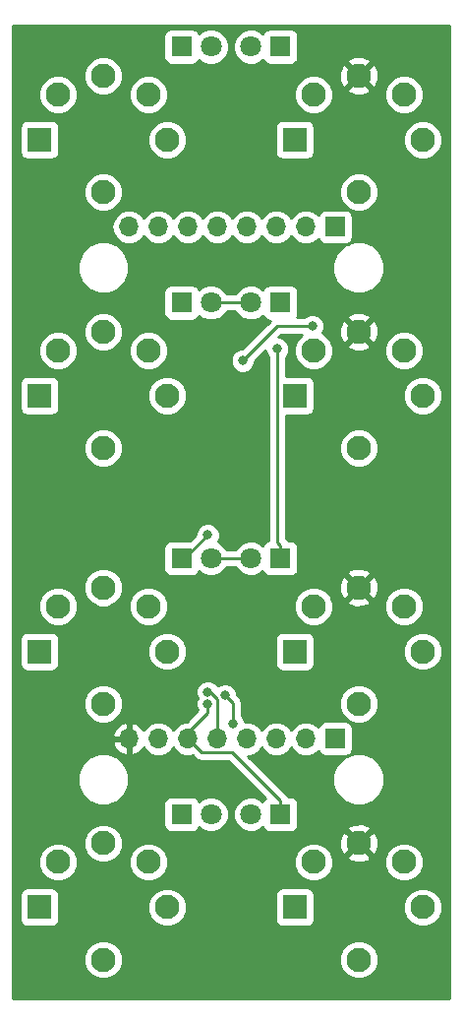
<source format=gbr>
G04 #@! TF.GenerationSoftware,KiCad,Pcbnew,5.0.2+dfsg1-1*
G04 #@! TF.CreationDate,2020-04-26T20:48:58+02:00*
G04 #@! TF.ProjectId,midirouter,6d696469-726f-4757-9465-722e6b696361,rev?*
G04 #@! TF.SameCoordinates,Original*
G04 #@! TF.FileFunction,Copper,L1,Top*
G04 #@! TF.FilePolarity,Positive*
%FSLAX46Y46*%
G04 Gerber Fmt 4.6, Leading zero omitted, Abs format (unit mm)*
G04 Created by KiCad (PCBNEW 5.0.2+dfsg1-1) date Sun 26 Apr 2020 08:48:58 PM CEST*
%MOMM*%
%LPD*%
G01*
G04 APERTURE LIST*
G04 #@! TA.AperFunction,ComponentPad*
%ADD10O,1.700000X1.700000*%
G04 #@! TD*
G04 #@! TA.AperFunction,ComponentPad*
%ADD11R,1.700000X1.700000*%
G04 #@! TD*
G04 #@! TA.AperFunction,ComponentPad*
%ADD12C,1.800000*%
G04 #@! TD*
G04 #@! TA.AperFunction,ComponentPad*
%ADD13R,1.800000X1.800000*%
G04 #@! TD*
G04 #@! TA.AperFunction,ComponentPad*
%ADD14C,2.100000*%
G04 #@! TD*
G04 #@! TA.AperFunction,ComponentPad*
%ADD15R,2.100000X2.100000*%
G04 #@! TD*
G04 #@! TA.AperFunction,ViaPad*
%ADD16C,0.800000*%
G04 #@! TD*
G04 #@! TA.AperFunction,Conductor*
%ADD17C,0.250000*%
G04 #@! TD*
G04 #@! TA.AperFunction,Conductor*
%ADD18C,0.254000*%
G04 #@! TD*
G04 APERTURE END LIST*
D10*
G04 #@! TO.P,J10,8*
G04 #@! TO.N,GND*
X86220000Y-128500000D03*
G04 #@! TO.P,J10,7*
G04 #@! TO.N,+3V3*
X88760000Y-128500000D03*
G04 #@! TO.P,J10,6*
G04 #@! TO.N,LEDK2*
X91300000Y-128500000D03*
G04 #@! TO.P,J10,5*
G04 #@! TO.N,LEDK1*
X93840000Y-128500000D03*
G04 #@! TO.P,J10,4*
G04 #@! TO.N,MIDI_OUT_4*
X96380000Y-128500000D03*
G04 #@! TO.P,J10,3*
G04 #@! TO.N,MIDI_OUT_3*
X98920000Y-128500000D03*
G04 #@! TO.P,J10,2*
G04 #@! TO.N,MIDI_OUT_2*
X101460000Y-128500000D03*
D11*
G04 #@! TO.P,J10,1*
G04 #@! TO.N,MIDI_OUT_1*
X104000000Y-128500000D03*
G04 #@! TD*
G04 #@! TO.P,J5,1*
G04 #@! TO.N,MIDI_IN_1*
X104000000Y-84500000D03*
D10*
G04 #@! TO.P,J5,2*
G04 #@! TO.N,MIDI_IN_2*
X101460000Y-84500000D03*
G04 #@! TO.P,J5,3*
G04 #@! TO.N,MIDI_IN_3*
X98920000Y-84500000D03*
G04 #@! TO.P,J5,4*
G04 #@! TO.N,MIDI_IN_4*
X96380000Y-84500000D03*
G04 #@! TO.P,J5,5*
G04 #@! TO.N,LED1*
X93840000Y-84500000D03*
G04 #@! TO.P,J5,6*
G04 #@! TO.N,LED2*
X91300000Y-84500000D03*
G04 #@! TO.P,J5,7*
G04 #@! TO.N,LED3*
X88760000Y-84500000D03*
G04 #@! TO.P,J5,8*
G04 #@! TO.N,LED4*
X86220000Y-84500000D03*
G04 #@! TD*
D12*
G04 #@! TO.P,D12,2*
G04 #@! TO.N,LED4*
X96710000Y-69000000D03*
D13*
G04 #@! TO.P,D12,1*
G04 #@! TO.N,LEDK2*
X99250000Y-69000000D03*
G04 #@! TD*
D12*
G04 #@! TO.P,D11,2*
G04 #@! TO.N,LED4*
X93290000Y-69000000D03*
D13*
G04 #@! TO.P,D11,1*
G04 #@! TO.N,LEDK1*
X90750000Y-69000000D03*
G04 #@! TD*
G04 #@! TO.P,D10,1*
G04 #@! TO.N,LEDK2*
X99250000Y-91000000D03*
D12*
G04 #@! TO.P,D10,2*
G04 #@! TO.N,LED3*
X96710000Y-91000000D03*
G04 #@! TD*
D13*
G04 #@! TO.P,D9,1*
G04 #@! TO.N,LEDK1*
X90750000Y-91000000D03*
D12*
G04 #@! TO.P,D9,2*
G04 #@! TO.N,LED3*
X93290000Y-91000000D03*
G04 #@! TD*
G04 #@! TO.P,D8,2*
G04 #@! TO.N,LED2*
X96710000Y-113000000D03*
D13*
G04 #@! TO.P,D8,1*
G04 #@! TO.N,LEDK2*
X99250000Y-113000000D03*
G04 #@! TD*
D12*
G04 #@! TO.P,D7,2*
G04 #@! TO.N,LED2*
X93290000Y-113000000D03*
D13*
G04 #@! TO.P,D7,1*
G04 #@! TO.N,LEDK1*
X90750000Y-113000000D03*
G04 #@! TD*
G04 #@! TO.P,D6,1*
G04 #@! TO.N,LEDK2*
X99250000Y-135000000D03*
D12*
G04 #@! TO.P,D6,2*
G04 #@! TO.N,LED1*
X96710000Y-135000000D03*
G04 #@! TD*
D13*
G04 #@! TO.P,D5,1*
G04 #@! TO.N,LEDK1*
X90750000Y-135000000D03*
D12*
G04 #@! TO.P,D5,2*
G04 #@! TO.N,LED1*
X93290000Y-135000000D03*
G04 #@! TD*
D14*
G04 #@! TO.P,J9,3*
G04 #@! TO.N,Net-(J9-Pad3)*
X111500000Y-77000000D03*
D15*
G04 #@! TO.P,J9,1*
G04 #@! TO.N,Net-(J9-Pad1)*
X100500000Y-77000000D03*
D14*
G04 #@! TO.P,J9,2*
G04 #@! TO.N,GND*
X106000000Y-71500000D03*
G04 #@! TO.P,J9,S*
G04 #@! TO.N,N/C*
X106000000Y-81500000D03*
G04 #@! TO.P,J9,4*
G04 #@! TO.N,Net-(J9-Pad4)*
X102110000Y-73110000D03*
G04 #@! TO.P,J9,5*
G04 #@! TO.N,Net-(J9-Pad5)*
X109890000Y-73110000D03*
G04 #@! TD*
G04 #@! TO.P,J8,3*
G04 #@! TO.N,Net-(J8-Pad3)*
X111500000Y-99000000D03*
D15*
G04 #@! TO.P,J8,1*
G04 #@! TO.N,Net-(J8-Pad1)*
X100500000Y-99000000D03*
D14*
G04 #@! TO.P,J8,2*
G04 #@! TO.N,GND*
X106000000Y-93500000D03*
G04 #@! TO.P,J8,S*
G04 #@! TO.N,N/C*
X106000000Y-103500000D03*
G04 #@! TO.P,J8,4*
G04 #@! TO.N,Net-(J8-Pad4)*
X102110000Y-95110000D03*
G04 #@! TO.P,J8,5*
G04 #@! TO.N,Net-(J8-Pad5)*
X109890000Y-95110000D03*
G04 #@! TD*
G04 #@! TO.P,J7,3*
G04 #@! TO.N,Net-(J7-Pad3)*
X111500000Y-121000000D03*
D15*
G04 #@! TO.P,J7,1*
G04 #@! TO.N,Net-(J7-Pad1)*
X100500000Y-121000000D03*
D14*
G04 #@! TO.P,J7,2*
G04 #@! TO.N,GND*
X106000000Y-115500000D03*
G04 #@! TO.P,J7,S*
G04 #@! TO.N,N/C*
X106000000Y-125500000D03*
G04 #@! TO.P,J7,4*
G04 #@! TO.N,Net-(J7-Pad4)*
X102110000Y-117110000D03*
G04 #@! TO.P,J7,5*
G04 #@! TO.N,Net-(J7-Pad5)*
X109890000Y-117110000D03*
G04 #@! TD*
G04 #@! TO.P,J6,3*
G04 #@! TO.N,Net-(J6-Pad3)*
X111500000Y-143000000D03*
D15*
G04 #@! TO.P,J6,1*
G04 #@! TO.N,Net-(J6-Pad1)*
X100500000Y-143000000D03*
D14*
G04 #@! TO.P,J6,2*
G04 #@! TO.N,GND*
X106000000Y-137500000D03*
G04 #@! TO.P,J6,S*
G04 #@! TO.N,N/C*
X106000000Y-147500000D03*
G04 #@! TO.P,J6,4*
G04 #@! TO.N,Net-(J6-Pad4)*
X102110000Y-139110000D03*
G04 #@! TO.P,J6,5*
G04 #@! TO.N,Net-(J6-Pad5)*
X109890000Y-139110000D03*
G04 #@! TD*
G04 #@! TO.P,J4,3*
G04 #@! TO.N,Net-(J4-Pad3)*
X89500000Y-77000000D03*
D15*
G04 #@! TO.P,J4,1*
G04 #@! TO.N,Net-(J4-Pad1)*
X78500000Y-77000000D03*
D14*
G04 #@! TO.P,J4,2*
G04 #@! TO.N,Net-(C4-Pad1)*
X84000000Y-71500000D03*
G04 #@! TO.P,J4,S*
G04 #@! TO.N,N/C*
X84000000Y-81500000D03*
G04 #@! TO.P,J4,4*
G04 #@! TO.N,Net-(J4-Pad4)*
X80110000Y-73110000D03*
G04 #@! TO.P,J4,5*
G04 #@! TO.N,Net-(J4-Pad5)*
X87890000Y-73110000D03*
G04 #@! TD*
G04 #@! TO.P,J3,3*
G04 #@! TO.N,Net-(J3-Pad3)*
X89500000Y-99000000D03*
D15*
G04 #@! TO.P,J3,1*
G04 #@! TO.N,Net-(J3-Pad1)*
X78500000Y-99000000D03*
D14*
G04 #@! TO.P,J3,2*
G04 #@! TO.N,Net-(C3-Pad1)*
X84000000Y-93500000D03*
G04 #@! TO.P,J3,S*
G04 #@! TO.N,N/C*
X84000000Y-103500000D03*
G04 #@! TO.P,J3,4*
G04 #@! TO.N,Net-(J3-Pad4)*
X80110000Y-95110000D03*
G04 #@! TO.P,J3,5*
G04 #@! TO.N,Net-(J3-Pad5)*
X87890000Y-95110000D03*
G04 #@! TD*
G04 #@! TO.P,J2,3*
G04 #@! TO.N,Net-(J2-Pad3)*
X89500000Y-121000000D03*
D15*
G04 #@! TO.P,J2,1*
G04 #@! TO.N,Net-(J2-Pad1)*
X78500000Y-121000000D03*
D14*
G04 #@! TO.P,J2,2*
G04 #@! TO.N,Net-(C2-Pad1)*
X84000000Y-115500000D03*
G04 #@! TO.P,J2,S*
G04 #@! TO.N,N/C*
X84000000Y-125500000D03*
G04 #@! TO.P,J2,4*
G04 #@! TO.N,Net-(J2-Pad4)*
X80110000Y-117110000D03*
G04 #@! TO.P,J2,5*
G04 #@! TO.N,Net-(J2-Pad5)*
X87890000Y-117110000D03*
G04 #@! TD*
G04 #@! TO.P,J1,3*
G04 #@! TO.N,Net-(J1-Pad3)*
X89500000Y-143000000D03*
D15*
G04 #@! TO.P,J1,1*
G04 #@! TO.N,Net-(J1-Pad1)*
X78500000Y-143000000D03*
D14*
G04 #@! TO.P,J1,2*
G04 #@! TO.N,Net-(C1-Pad1)*
X84000000Y-137500000D03*
G04 #@! TO.P,J1,S*
G04 #@! TO.N,N/C*
X84000000Y-147500000D03*
G04 #@! TO.P,J1,4*
G04 #@! TO.N,Net-(J1-Pad4)*
X80110000Y-139110000D03*
G04 #@! TO.P,J1,5*
G04 #@! TO.N,Net-(J1-Pad5)*
X87890000Y-139110000D03*
G04 #@! TD*
D16*
G04 #@! TO.N,GND*
X97000000Y-100000000D03*
X97000000Y-103000000D03*
X97000000Y-106000000D03*
X82250000Y-74000000D03*
X82250000Y-96000000D03*
X82250000Y-118000000D03*
X82250000Y-140000000D03*
G04 #@! TO.N,LEDK1*
X93000000Y-111000000D03*
X93000000Y-124500000D03*
G04 #@! TO.N,LED1*
X95152710Y-127200012D03*
X94500000Y-124750000D03*
G04 #@! TO.N,LEDK2*
X99000000Y-95000000D03*
X93000000Y-125500000D03*
G04 #@! TO.N,MIDI_IN_1*
X102000000Y-93000000D03*
X96000000Y-96000000D03*
G04 #@! TD*
D17*
G04 #@! TO.N,LEDK1*
X91000000Y-113000000D02*
X90750000Y-113000000D01*
X93000000Y-111000000D02*
X91000000Y-113000000D01*
X93250000Y-124500000D02*
X93000000Y-124500000D01*
X93840000Y-128500000D02*
X93840000Y-125090000D01*
X93840000Y-125090000D02*
X93250000Y-124500000D01*
G04 #@! TO.N,LED1*
X95152710Y-125402710D02*
X94899999Y-125149999D01*
X94899999Y-125149999D02*
X94500000Y-124750000D01*
X95152710Y-127200012D02*
X95152710Y-125402710D01*
G04 #@! TO.N,LEDK2*
X99000000Y-111600000D02*
X99000000Y-95000000D01*
X99250000Y-113000000D02*
X99250000Y-111850000D01*
X99250000Y-111850000D02*
X99000000Y-111600000D01*
X95075001Y-129675001D02*
X99250000Y-133850000D01*
X99250000Y-133850000D02*
X99250000Y-135000000D01*
X92475001Y-129675001D02*
X95075001Y-129675001D01*
X91300000Y-128500000D02*
X92475001Y-129675001D01*
X94404001Y-129675001D02*
X92475001Y-129675001D01*
X93000000Y-126250000D02*
X93000000Y-125500000D01*
X91300000Y-128500000D02*
X91300000Y-127950000D01*
X91300000Y-127950000D02*
X93000000Y-126250000D01*
G04 #@! TO.N,LED2*
X93290000Y-113000000D02*
X96710000Y-113000000D01*
G04 #@! TO.N,LED3*
X96710000Y-91000000D02*
X93290000Y-91000000D01*
G04 #@! TO.N,MIDI_IN_1*
X102000000Y-93000000D02*
X99000000Y-93000000D01*
X96399999Y-95600001D02*
X96000000Y-96000000D01*
X99000000Y-93000000D02*
X96399999Y-95600001D01*
G04 #@! TD*
D18*
G04 #@! TO.N,GND*
G36*
X113815000Y-150815000D02*
X76185000Y-150815000D01*
X76185000Y-147164833D01*
X82315000Y-147164833D01*
X82315000Y-147835167D01*
X82571526Y-148454476D01*
X83045524Y-148928474D01*
X83664833Y-149185000D01*
X84335167Y-149185000D01*
X84954476Y-148928474D01*
X85428474Y-148454476D01*
X85685000Y-147835167D01*
X85685000Y-147164833D01*
X104315000Y-147164833D01*
X104315000Y-147835167D01*
X104571526Y-148454476D01*
X105045524Y-148928474D01*
X105664833Y-149185000D01*
X106335167Y-149185000D01*
X106954476Y-148928474D01*
X107428474Y-148454476D01*
X107685000Y-147835167D01*
X107685000Y-147164833D01*
X107428474Y-146545524D01*
X106954476Y-146071526D01*
X106335167Y-145815000D01*
X105664833Y-145815000D01*
X105045524Y-146071526D01*
X104571526Y-146545524D01*
X104315000Y-147164833D01*
X85685000Y-147164833D01*
X85428474Y-146545524D01*
X84954476Y-146071526D01*
X84335167Y-145815000D01*
X83664833Y-145815000D01*
X83045524Y-146071526D01*
X82571526Y-146545524D01*
X82315000Y-147164833D01*
X76185000Y-147164833D01*
X76185000Y-141950000D01*
X76802560Y-141950000D01*
X76802560Y-144050000D01*
X76851843Y-144297765D01*
X76992191Y-144507809D01*
X77202235Y-144648157D01*
X77450000Y-144697440D01*
X79550000Y-144697440D01*
X79797765Y-144648157D01*
X80007809Y-144507809D01*
X80148157Y-144297765D01*
X80197440Y-144050000D01*
X80197440Y-142664833D01*
X87815000Y-142664833D01*
X87815000Y-143335167D01*
X88071526Y-143954476D01*
X88545524Y-144428474D01*
X89164833Y-144685000D01*
X89835167Y-144685000D01*
X90454476Y-144428474D01*
X90928474Y-143954476D01*
X91185000Y-143335167D01*
X91185000Y-142664833D01*
X90928474Y-142045524D01*
X90832950Y-141950000D01*
X98802560Y-141950000D01*
X98802560Y-144050000D01*
X98851843Y-144297765D01*
X98992191Y-144507809D01*
X99202235Y-144648157D01*
X99450000Y-144697440D01*
X101550000Y-144697440D01*
X101797765Y-144648157D01*
X102007809Y-144507809D01*
X102148157Y-144297765D01*
X102197440Y-144050000D01*
X102197440Y-142664833D01*
X109815000Y-142664833D01*
X109815000Y-143335167D01*
X110071526Y-143954476D01*
X110545524Y-144428474D01*
X111164833Y-144685000D01*
X111835167Y-144685000D01*
X112454476Y-144428474D01*
X112928474Y-143954476D01*
X113185000Y-143335167D01*
X113185000Y-142664833D01*
X112928474Y-142045524D01*
X112454476Y-141571526D01*
X111835167Y-141315000D01*
X111164833Y-141315000D01*
X110545524Y-141571526D01*
X110071526Y-142045524D01*
X109815000Y-142664833D01*
X102197440Y-142664833D01*
X102197440Y-141950000D01*
X102148157Y-141702235D01*
X102007809Y-141492191D01*
X101797765Y-141351843D01*
X101550000Y-141302560D01*
X99450000Y-141302560D01*
X99202235Y-141351843D01*
X98992191Y-141492191D01*
X98851843Y-141702235D01*
X98802560Y-141950000D01*
X90832950Y-141950000D01*
X90454476Y-141571526D01*
X89835167Y-141315000D01*
X89164833Y-141315000D01*
X88545524Y-141571526D01*
X88071526Y-142045524D01*
X87815000Y-142664833D01*
X80197440Y-142664833D01*
X80197440Y-141950000D01*
X80148157Y-141702235D01*
X80007809Y-141492191D01*
X79797765Y-141351843D01*
X79550000Y-141302560D01*
X77450000Y-141302560D01*
X77202235Y-141351843D01*
X76992191Y-141492191D01*
X76851843Y-141702235D01*
X76802560Y-141950000D01*
X76185000Y-141950000D01*
X76185000Y-138774833D01*
X78425000Y-138774833D01*
X78425000Y-139445167D01*
X78681526Y-140064476D01*
X79155524Y-140538474D01*
X79774833Y-140795000D01*
X80445167Y-140795000D01*
X81064476Y-140538474D01*
X81538474Y-140064476D01*
X81795000Y-139445167D01*
X81795000Y-138774833D01*
X81538474Y-138155524D01*
X81064476Y-137681526D01*
X80445167Y-137425000D01*
X79774833Y-137425000D01*
X79155524Y-137681526D01*
X78681526Y-138155524D01*
X78425000Y-138774833D01*
X76185000Y-138774833D01*
X76185000Y-137164833D01*
X82315000Y-137164833D01*
X82315000Y-137835167D01*
X82571526Y-138454476D01*
X83045524Y-138928474D01*
X83664833Y-139185000D01*
X84335167Y-139185000D01*
X84954476Y-138928474D01*
X85108117Y-138774833D01*
X86205000Y-138774833D01*
X86205000Y-139445167D01*
X86461526Y-140064476D01*
X86935524Y-140538474D01*
X87554833Y-140795000D01*
X88225167Y-140795000D01*
X88844476Y-140538474D01*
X89318474Y-140064476D01*
X89575000Y-139445167D01*
X89575000Y-138774833D01*
X100425000Y-138774833D01*
X100425000Y-139445167D01*
X100681526Y-140064476D01*
X101155524Y-140538474D01*
X101774833Y-140795000D01*
X102445167Y-140795000D01*
X103064476Y-140538474D01*
X103538474Y-140064476D01*
X103795000Y-139445167D01*
X103795000Y-138774833D01*
X103759324Y-138688703D01*
X104990902Y-138688703D01*
X105095687Y-138960745D01*
X105723526Y-139195619D01*
X106393456Y-139172349D01*
X106904313Y-138960745D01*
X106975922Y-138774833D01*
X108205000Y-138774833D01*
X108205000Y-139445167D01*
X108461526Y-140064476D01*
X108935524Y-140538474D01*
X109554833Y-140795000D01*
X110225167Y-140795000D01*
X110844476Y-140538474D01*
X111318474Y-140064476D01*
X111575000Y-139445167D01*
X111575000Y-138774833D01*
X111318474Y-138155524D01*
X110844476Y-137681526D01*
X110225167Y-137425000D01*
X109554833Y-137425000D01*
X108935524Y-137681526D01*
X108461526Y-138155524D01*
X108205000Y-138774833D01*
X106975922Y-138774833D01*
X107009098Y-138688703D01*
X106000000Y-137679605D01*
X104990902Y-138688703D01*
X103759324Y-138688703D01*
X103538474Y-138155524D01*
X103064476Y-137681526D01*
X102445167Y-137425000D01*
X101774833Y-137425000D01*
X101155524Y-137681526D01*
X100681526Y-138155524D01*
X100425000Y-138774833D01*
X89575000Y-138774833D01*
X89318474Y-138155524D01*
X88844476Y-137681526D01*
X88225167Y-137425000D01*
X87554833Y-137425000D01*
X86935524Y-137681526D01*
X86461526Y-138155524D01*
X86205000Y-138774833D01*
X85108117Y-138774833D01*
X85428474Y-138454476D01*
X85685000Y-137835167D01*
X85685000Y-137223526D01*
X104304381Y-137223526D01*
X104327651Y-137893456D01*
X104539255Y-138404313D01*
X104811297Y-138509098D01*
X105820395Y-137500000D01*
X106179605Y-137500000D01*
X107188703Y-138509098D01*
X107460745Y-138404313D01*
X107695619Y-137776474D01*
X107672349Y-137106544D01*
X107460745Y-136595687D01*
X107188703Y-136490902D01*
X106179605Y-137500000D01*
X105820395Y-137500000D01*
X104811297Y-136490902D01*
X104539255Y-136595687D01*
X104304381Y-137223526D01*
X85685000Y-137223526D01*
X85685000Y-137164833D01*
X85428474Y-136545524D01*
X84954476Y-136071526D01*
X84335167Y-135815000D01*
X83664833Y-135815000D01*
X83045524Y-136071526D01*
X82571526Y-136545524D01*
X82315000Y-137164833D01*
X76185000Y-137164833D01*
X76185000Y-131555431D01*
X81765000Y-131555431D01*
X81765000Y-132444569D01*
X82105259Y-133266026D01*
X82733974Y-133894741D01*
X83555431Y-134235000D01*
X84444569Y-134235000D01*
X84770487Y-134100000D01*
X89202560Y-134100000D01*
X89202560Y-135900000D01*
X89251843Y-136147765D01*
X89392191Y-136357809D01*
X89602235Y-136498157D01*
X89850000Y-136547440D01*
X91650000Y-136547440D01*
X91897765Y-136498157D01*
X92107809Y-136357809D01*
X92248157Y-136147765D01*
X92251275Y-136132092D01*
X92420493Y-136301310D01*
X92984670Y-136535000D01*
X93595330Y-136535000D01*
X94159507Y-136301310D01*
X94591310Y-135869507D01*
X94825000Y-135305330D01*
X94825000Y-134694670D01*
X94591310Y-134130493D01*
X94159507Y-133698690D01*
X93595330Y-133465000D01*
X92984670Y-133465000D01*
X92420493Y-133698690D01*
X92251275Y-133867908D01*
X92248157Y-133852235D01*
X92107809Y-133642191D01*
X91897765Y-133501843D01*
X91650000Y-133452560D01*
X89850000Y-133452560D01*
X89602235Y-133501843D01*
X89392191Y-133642191D01*
X89251843Y-133852235D01*
X89202560Y-134100000D01*
X84770487Y-134100000D01*
X85266026Y-133894741D01*
X85894741Y-133266026D01*
X86235000Y-132444569D01*
X86235000Y-131555431D01*
X85894741Y-130733974D01*
X85266026Y-130105259D01*
X84444569Y-129765000D01*
X83555431Y-129765000D01*
X82733974Y-130105259D01*
X82105259Y-130733974D01*
X81765000Y-131555431D01*
X76185000Y-131555431D01*
X76185000Y-128856892D01*
X84778514Y-128856892D01*
X85024817Y-129381358D01*
X85453076Y-129771645D01*
X85863110Y-129941476D01*
X86093000Y-129820155D01*
X86093000Y-128627000D01*
X84899181Y-128627000D01*
X84778514Y-128856892D01*
X76185000Y-128856892D01*
X76185000Y-128143108D01*
X84778514Y-128143108D01*
X84899181Y-128373000D01*
X86093000Y-128373000D01*
X86093000Y-127179845D01*
X86347000Y-127179845D01*
X86347000Y-128373000D01*
X86367000Y-128373000D01*
X86367000Y-128627000D01*
X86347000Y-128627000D01*
X86347000Y-129820155D01*
X86576890Y-129941476D01*
X86986924Y-129771645D01*
X87415183Y-129381358D01*
X87476157Y-129251522D01*
X87689375Y-129570625D01*
X88180582Y-129898839D01*
X88613744Y-129985000D01*
X88906256Y-129985000D01*
X89339418Y-129898839D01*
X89830625Y-129570625D01*
X90030000Y-129272239D01*
X90229375Y-129570625D01*
X90720582Y-129898839D01*
X91153744Y-129985000D01*
X91446256Y-129985000D01*
X91666407Y-129941209D01*
X91884674Y-130159477D01*
X91927072Y-130222930D01*
X91990525Y-130265328D01*
X91990527Y-130265330D01*
X92115903Y-130349103D01*
X92178464Y-130390905D01*
X92400149Y-130435001D01*
X92400153Y-130435001D01*
X92475000Y-130449889D01*
X92549847Y-130435001D01*
X94760200Y-130435001D01*
X97937269Y-133612071D01*
X97892191Y-133642191D01*
X97751843Y-133852235D01*
X97748725Y-133867908D01*
X97579507Y-133698690D01*
X97015330Y-133465000D01*
X96404670Y-133465000D01*
X95840493Y-133698690D01*
X95408690Y-134130493D01*
X95175000Y-134694670D01*
X95175000Y-135305330D01*
X95408690Y-135869507D01*
X95840493Y-136301310D01*
X96404670Y-136535000D01*
X97015330Y-136535000D01*
X97579507Y-136301310D01*
X97748725Y-136132092D01*
X97751843Y-136147765D01*
X97892191Y-136357809D01*
X98102235Y-136498157D01*
X98350000Y-136547440D01*
X100150000Y-136547440D01*
X100397765Y-136498157D01*
X100607809Y-136357809D01*
X100638887Y-136311297D01*
X104990902Y-136311297D01*
X106000000Y-137320395D01*
X107009098Y-136311297D01*
X106904313Y-136039255D01*
X106276474Y-135804381D01*
X105606544Y-135827651D01*
X105095687Y-136039255D01*
X104990902Y-136311297D01*
X100638887Y-136311297D01*
X100748157Y-136147765D01*
X100797440Y-135900000D01*
X100797440Y-134100000D01*
X100748157Y-133852235D01*
X100607809Y-133642191D01*
X100397765Y-133501843D01*
X100150000Y-133452560D01*
X99898483Y-133452560D01*
X99797929Y-133302071D01*
X99734473Y-133259671D01*
X98030233Y-131555431D01*
X103765000Y-131555431D01*
X103765000Y-132444569D01*
X104105259Y-133266026D01*
X104733974Y-133894741D01*
X105555431Y-134235000D01*
X106444569Y-134235000D01*
X107266026Y-133894741D01*
X107894741Y-133266026D01*
X108235000Y-132444569D01*
X108235000Y-131555431D01*
X107894741Y-130733974D01*
X107266026Y-130105259D01*
X106444569Y-129765000D01*
X105555431Y-129765000D01*
X104733974Y-130105259D01*
X104105259Y-130733974D01*
X103765000Y-131555431D01*
X98030233Y-131555431D01*
X96459801Y-129985000D01*
X96526256Y-129985000D01*
X96959418Y-129898839D01*
X97450625Y-129570625D01*
X97650000Y-129272239D01*
X97849375Y-129570625D01*
X98340582Y-129898839D01*
X98773744Y-129985000D01*
X99066256Y-129985000D01*
X99499418Y-129898839D01*
X99990625Y-129570625D01*
X100190000Y-129272239D01*
X100389375Y-129570625D01*
X100880582Y-129898839D01*
X101313744Y-129985000D01*
X101606256Y-129985000D01*
X102039418Y-129898839D01*
X102530625Y-129570625D01*
X102542816Y-129552381D01*
X102551843Y-129597765D01*
X102692191Y-129807809D01*
X102902235Y-129948157D01*
X103150000Y-129997440D01*
X104850000Y-129997440D01*
X105097765Y-129948157D01*
X105307809Y-129807809D01*
X105448157Y-129597765D01*
X105497440Y-129350000D01*
X105497440Y-127650000D01*
X105448157Y-127402235D01*
X105307809Y-127192191D01*
X105097765Y-127051843D01*
X104850000Y-127002560D01*
X103150000Y-127002560D01*
X102902235Y-127051843D01*
X102692191Y-127192191D01*
X102551843Y-127402235D01*
X102542816Y-127447619D01*
X102530625Y-127429375D01*
X102039418Y-127101161D01*
X101606256Y-127015000D01*
X101313744Y-127015000D01*
X100880582Y-127101161D01*
X100389375Y-127429375D01*
X100190000Y-127727761D01*
X99990625Y-127429375D01*
X99499418Y-127101161D01*
X99066256Y-127015000D01*
X98773744Y-127015000D01*
X98340582Y-127101161D01*
X97849375Y-127429375D01*
X97650000Y-127727761D01*
X97450625Y-127429375D01*
X96959418Y-127101161D01*
X96526256Y-127015000D01*
X96233744Y-127015000D01*
X96187710Y-127024157D01*
X96187710Y-126994138D01*
X96030141Y-126613732D01*
X95912710Y-126496301D01*
X95912710Y-125477556D01*
X95927598Y-125402709D01*
X95912710Y-125327862D01*
X95912710Y-125327858D01*
X95880283Y-125164833D01*
X104315000Y-125164833D01*
X104315000Y-125835167D01*
X104571526Y-126454476D01*
X105045524Y-126928474D01*
X105664833Y-127185000D01*
X106335167Y-127185000D01*
X106954476Y-126928474D01*
X107428474Y-126454476D01*
X107685000Y-125835167D01*
X107685000Y-125164833D01*
X107428474Y-124545524D01*
X106954476Y-124071526D01*
X106335167Y-123815000D01*
X105664833Y-123815000D01*
X105045524Y-124071526D01*
X104571526Y-124545524D01*
X104315000Y-125164833D01*
X95880283Y-125164833D01*
X95868614Y-125106173D01*
X95700639Y-124854781D01*
X95637182Y-124812380D01*
X95535000Y-124710199D01*
X95535000Y-124544126D01*
X95377431Y-124163720D01*
X95086280Y-123872569D01*
X94705874Y-123715000D01*
X94294126Y-123715000D01*
X93913720Y-123872569D01*
X93875000Y-123911289D01*
X93586280Y-123622569D01*
X93205874Y-123465000D01*
X92794126Y-123465000D01*
X92413720Y-123622569D01*
X92122569Y-123913720D01*
X91965000Y-124294126D01*
X91965000Y-124705874D01*
X92086831Y-125000000D01*
X91965000Y-125294126D01*
X91965000Y-125705874D01*
X92112713Y-126062485D01*
X91160199Y-127015000D01*
X91153744Y-127015000D01*
X90720582Y-127101161D01*
X90229375Y-127429375D01*
X90030000Y-127727761D01*
X89830625Y-127429375D01*
X89339418Y-127101161D01*
X88906256Y-127015000D01*
X88613744Y-127015000D01*
X88180582Y-127101161D01*
X87689375Y-127429375D01*
X87476157Y-127748478D01*
X87415183Y-127618642D01*
X86986924Y-127228355D01*
X86576890Y-127058524D01*
X86347000Y-127179845D01*
X86093000Y-127179845D01*
X85863110Y-127058524D01*
X85453076Y-127228355D01*
X85024817Y-127618642D01*
X84778514Y-128143108D01*
X76185000Y-128143108D01*
X76185000Y-125164833D01*
X82315000Y-125164833D01*
X82315000Y-125835167D01*
X82571526Y-126454476D01*
X83045524Y-126928474D01*
X83664833Y-127185000D01*
X84335167Y-127185000D01*
X84954476Y-126928474D01*
X85428474Y-126454476D01*
X85685000Y-125835167D01*
X85685000Y-125164833D01*
X85428474Y-124545524D01*
X84954476Y-124071526D01*
X84335167Y-123815000D01*
X83664833Y-123815000D01*
X83045524Y-124071526D01*
X82571526Y-124545524D01*
X82315000Y-125164833D01*
X76185000Y-125164833D01*
X76185000Y-119950000D01*
X76802560Y-119950000D01*
X76802560Y-122050000D01*
X76851843Y-122297765D01*
X76992191Y-122507809D01*
X77202235Y-122648157D01*
X77450000Y-122697440D01*
X79550000Y-122697440D01*
X79797765Y-122648157D01*
X80007809Y-122507809D01*
X80148157Y-122297765D01*
X80197440Y-122050000D01*
X80197440Y-120664833D01*
X87815000Y-120664833D01*
X87815000Y-121335167D01*
X88071526Y-121954476D01*
X88545524Y-122428474D01*
X89164833Y-122685000D01*
X89835167Y-122685000D01*
X90454476Y-122428474D01*
X90928474Y-121954476D01*
X91185000Y-121335167D01*
X91185000Y-120664833D01*
X90928474Y-120045524D01*
X90832950Y-119950000D01*
X98802560Y-119950000D01*
X98802560Y-122050000D01*
X98851843Y-122297765D01*
X98992191Y-122507809D01*
X99202235Y-122648157D01*
X99450000Y-122697440D01*
X101550000Y-122697440D01*
X101797765Y-122648157D01*
X102007809Y-122507809D01*
X102148157Y-122297765D01*
X102197440Y-122050000D01*
X102197440Y-120664833D01*
X109815000Y-120664833D01*
X109815000Y-121335167D01*
X110071526Y-121954476D01*
X110545524Y-122428474D01*
X111164833Y-122685000D01*
X111835167Y-122685000D01*
X112454476Y-122428474D01*
X112928474Y-121954476D01*
X113185000Y-121335167D01*
X113185000Y-120664833D01*
X112928474Y-120045524D01*
X112454476Y-119571526D01*
X111835167Y-119315000D01*
X111164833Y-119315000D01*
X110545524Y-119571526D01*
X110071526Y-120045524D01*
X109815000Y-120664833D01*
X102197440Y-120664833D01*
X102197440Y-119950000D01*
X102148157Y-119702235D01*
X102007809Y-119492191D01*
X101797765Y-119351843D01*
X101550000Y-119302560D01*
X99450000Y-119302560D01*
X99202235Y-119351843D01*
X98992191Y-119492191D01*
X98851843Y-119702235D01*
X98802560Y-119950000D01*
X90832950Y-119950000D01*
X90454476Y-119571526D01*
X89835167Y-119315000D01*
X89164833Y-119315000D01*
X88545524Y-119571526D01*
X88071526Y-120045524D01*
X87815000Y-120664833D01*
X80197440Y-120664833D01*
X80197440Y-119950000D01*
X80148157Y-119702235D01*
X80007809Y-119492191D01*
X79797765Y-119351843D01*
X79550000Y-119302560D01*
X77450000Y-119302560D01*
X77202235Y-119351843D01*
X76992191Y-119492191D01*
X76851843Y-119702235D01*
X76802560Y-119950000D01*
X76185000Y-119950000D01*
X76185000Y-116774833D01*
X78425000Y-116774833D01*
X78425000Y-117445167D01*
X78681526Y-118064476D01*
X79155524Y-118538474D01*
X79774833Y-118795000D01*
X80445167Y-118795000D01*
X81064476Y-118538474D01*
X81538474Y-118064476D01*
X81795000Y-117445167D01*
X81795000Y-116774833D01*
X81538474Y-116155524D01*
X81064476Y-115681526D01*
X80445167Y-115425000D01*
X79774833Y-115425000D01*
X79155524Y-115681526D01*
X78681526Y-116155524D01*
X78425000Y-116774833D01*
X76185000Y-116774833D01*
X76185000Y-115164833D01*
X82315000Y-115164833D01*
X82315000Y-115835167D01*
X82571526Y-116454476D01*
X83045524Y-116928474D01*
X83664833Y-117185000D01*
X84335167Y-117185000D01*
X84954476Y-116928474D01*
X85108117Y-116774833D01*
X86205000Y-116774833D01*
X86205000Y-117445167D01*
X86461526Y-118064476D01*
X86935524Y-118538474D01*
X87554833Y-118795000D01*
X88225167Y-118795000D01*
X88844476Y-118538474D01*
X89318474Y-118064476D01*
X89575000Y-117445167D01*
X89575000Y-116774833D01*
X100425000Y-116774833D01*
X100425000Y-117445167D01*
X100681526Y-118064476D01*
X101155524Y-118538474D01*
X101774833Y-118795000D01*
X102445167Y-118795000D01*
X103064476Y-118538474D01*
X103538474Y-118064476D01*
X103795000Y-117445167D01*
X103795000Y-116774833D01*
X103759324Y-116688703D01*
X104990902Y-116688703D01*
X105095687Y-116960745D01*
X105723526Y-117195619D01*
X106393456Y-117172349D01*
X106904313Y-116960745D01*
X106975922Y-116774833D01*
X108205000Y-116774833D01*
X108205000Y-117445167D01*
X108461526Y-118064476D01*
X108935524Y-118538474D01*
X109554833Y-118795000D01*
X110225167Y-118795000D01*
X110844476Y-118538474D01*
X111318474Y-118064476D01*
X111575000Y-117445167D01*
X111575000Y-116774833D01*
X111318474Y-116155524D01*
X110844476Y-115681526D01*
X110225167Y-115425000D01*
X109554833Y-115425000D01*
X108935524Y-115681526D01*
X108461526Y-116155524D01*
X108205000Y-116774833D01*
X106975922Y-116774833D01*
X107009098Y-116688703D01*
X106000000Y-115679605D01*
X104990902Y-116688703D01*
X103759324Y-116688703D01*
X103538474Y-116155524D01*
X103064476Y-115681526D01*
X102445167Y-115425000D01*
X101774833Y-115425000D01*
X101155524Y-115681526D01*
X100681526Y-116155524D01*
X100425000Y-116774833D01*
X89575000Y-116774833D01*
X89318474Y-116155524D01*
X88844476Y-115681526D01*
X88225167Y-115425000D01*
X87554833Y-115425000D01*
X86935524Y-115681526D01*
X86461526Y-116155524D01*
X86205000Y-116774833D01*
X85108117Y-116774833D01*
X85428474Y-116454476D01*
X85685000Y-115835167D01*
X85685000Y-115223526D01*
X104304381Y-115223526D01*
X104327651Y-115893456D01*
X104539255Y-116404313D01*
X104811297Y-116509098D01*
X105820395Y-115500000D01*
X106179605Y-115500000D01*
X107188703Y-116509098D01*
X107460745Y-116404313D01*
X107695619Y-115776474D01*
X107672349Y-115106544D01*
X107460745Y-114595687D01*
X107188703Y-114490902D01*
X106179605Y-115500000D01*
X105820395Y-115500000D01*
X104811297Y-114490902D01*
X104539255Y-114595687D01*
X104304381Y-115223526D01*
X85685000Y-115223526D01*
X85685000Y-115164833D01*
X85428474Y-114545524D01*
X84954476Y-114071526D01*
X84335167Y-113815000D01*
X83664833Y-113815000D01*
X83045524Y-114071526D01*
X82571526Y-114545524D01*
X82315000Y-115164833D01*
X76185000Y-115164833D01*
X76185000Y-103164833D01*
X82315000Y-103164833D01*
X82315000Y-103835167D01*
X82571526Y-104454476D01*
X83045524Y-104928474D01*
X83664833Y-105185000D01*
X84335167Y-105185000D01*
X84954476Y-104928474D01*
X85428474Y-104454476D01*
X85685000Y-103835167D01*
X85685000Y-103164833D01*
X85428474Y-102545524D01*
X84954476Y-102071526D01*
X84335167Y-101815000D01*
X83664833Y-101815000D01*
X83045524Y-102071526D01*
X82571526Y-102545524D01*
X82315000Y-103164833D01*
X76185000Y-103164833D01*
X76185000Y-97950000D01*
X76802560Y-97950000D01*
X76802560Y-100050000D01*
X76851843Y-100297765D01*
X76992191Y-100507809D01*
X77202235Y-100648157D01*
X77450000Y-100697440D01*
X79550000Y-100697440D01*
X79797765Y-100648157D01*
X80007809Y-100507809D01*
X80148157Y-100297765D01*
X80197440Y-100050000D01*
X80197440Y-98664833D01*
X87815000Y-98664833D01*
X87815000Y-99335167D01*
X88071526Y-99954476D01*
X88545524Y-100428474D01*
X89164833Y-100685000D01*
X89835167Y-100685000D01*
X90454476Y-100428474D01*
X90928474Y-99954476D01*
X91185000Y-99335167D01*
X91185000Y-98664833D01*
X90928474Y-98045524D01*
X90454476Y-97571526D01*
X89835167Y-97315000D01*
X89164833Y-97315000D01*
X88545524Y-97571526D01*
X88071526Y-98045524D01*
X87815000Y-98664833D01*
X80197440Y-98664833D01*
X80197440Y-97950000D01*
X80148157Y-97702235D01*
X80007809Y-97492191D01*
X79797765Y-97351843D01*
X79550000Y-97302560D01*
X77450000Y-97302560D01*
X77202235Y-97351843D01*
X76992191Y-97492191D01*
X76851843Y-97702235D01*
X76802560Y-97950000D01*
X76185000Y-97950000D01*
X76185000Y-94774833D01*
X78425000Y-94774833D01*
X78425000Y-95445167D01*
X78681526Y-96064476D01*
X79155524Y-96538474D01*
X79774833Y-96795000D01*
X80445167Y-96795000D01*
X81064476Y-96538474D01*
X81538474Y-96064476D01*
X81795000Y-95445167D01*
X81795000Y-94774833D01*
X81538474Y-94155524D01*
X81064476Y-93681526D01*
X80445167Y-93425000D01*
X79774833Y-93425000D01*
X79155524Y-93681526D01*
X78681526Y-94155524D01*
X78425000Y-94774833D01*
X76185000Y-94774833D01*
X76185000Y-93164833D01*
X82315000Y-93164833D01*
X82315000Y-93835167D01*
X82571526Y-94454476D01*
X83045524Y-94928474D01*
X83664833Y-95185000D01*
X84335167Y-95185000D01*
X84954476Y-94928474D01*
X85108117Y-94774833D01*
X86205000Y-94774833D01*
X86205000Y-95445167D01*
X86461526Y-96064476D01*
X86935524Y-96538474D01*
X87554833Y-96795000D01*
X88225167Y-96795000D01*
X88844476Y-96538474D01*
X89318474Y-96064476D01*
X89575000Y-95445167D01*
X89575000Y-94774833D01*
X89318474Y-94155524D01*
X88844476Y-93681526D01*
X88225167Y-93425000D01*
X87554833Y-93425000D01*
X86935524Y-93681526D01*
X86461526Y-94155524D01*
X86205000Y-94774833D01*
X85108117Y-94774833D01*
X85428474Y-94454476D01*
X85685000Y-93835167D01*
X85685000Y-93164833D01*
X85428474Y-92545524D01*
X84954476Y-92071526D01*
X84335167Y-91815000D01*
X83664833Y-91815000D01*
X83045524Y-92071526D01*
X82571526Y-92545524D01*
X82315000Y-93164833D01*
X76185000Y-93164833D01*
X76185000Y-87555431D01*
X81765000Y-87555431D01*
X81765000Y-88444569D01*
X82105259Y-89266026D01*
X82733974Y-89894741D01*
X83555431Y-90235000D01*
X84444569Y-90235000D01*
X84770487Y-90100000D01*
X89202560Y-90100000D01*
X89202560Y-91900000D01*
X89251843Y-92147765D01*
X89392191Y-92357809D01*
X89602235Y-92498157D01*
X89850000Y-92547440D01*
X91650000Y-92547440D01*
X91897765Y-92498157D01*
X92107809Y-92357809D01*
X92248157Y-92147765D01*
X92251275Y-92132092D01*
X92420493Y-92301310D01*
X92984670Y-92535000D01*
X93595330Y-92535000D01*
X94159507Y-92301310D01*
X94591310Y-91869507D01*
X94636669Y-91760000D01*
X95363331Y-91760000D01*
X95408690Y-91869507D01*
X95840493Y-92301310D01*
X96404670Y-92535000D01*
X97015330Y-92535000D01*
X97579507Y-92301310D01*
X97748725Y-92132092D01*
X97751843Y-92147765D01*
X97892191Y-92357809D01*
X98102235Y-92498157D01*
X98350000Y-92547440D01*
X98377758Y-92547440D01*
X95960199Y-94965000D01*
X95794126Y-94965000D01*
X95413720Y-95122569D01*
X95122569Y-95413720D01*
X94965000Y-95794126D01*
X94965000Y-96205874D01*
X95122569Y-96586280D01*
X95413720Y-96877431D01*
X95794126Y-97035000D01*
X96205874Y-97035000D01*
X96586280Y-96877431D01*
X96877431Y-96586280D01*
X97035000Y-96205874D01*
X97035000Y-96039801D01*
X97965000Y-95109801D01*
X97965000Y-95205874D01*
X98122569Y-95586280D01*
X98240001Y-95703712D01*
X98240000Y-111474440D01*
X98102235Y-111501843D01*
X97892191Y-111642191D01*
X97751843Y-111852235D01*
X97748725Y-111867908D01*
X97579507Y-111698690D01*
X97015330Y-111465000D01*
X96404670Y-111465000D01*
X95840493Y-111698690D01*
X95408690Y-112130493D01*
X95363331Y-112240000D01*
X94636669Y-112240000D01*
X94591310Y-112130493D01*
X94159507Y-111698690D01*
X93878997Y-111582499D01*
X94035000Y-111205874D01*
X94035000Y-110794126D01*
X93877431Y-110413720D01*
X93586280Y-110122569D01*
X93205874Y-109965000D01*
X92794126Y-109965000D01*
X92413720Y-110122569D01*
X92122569Y-110413720D01*
X91965000Y-110794126D01*
X91965000Y-110960198D01*
X91472638Y-111452560D01*
X89850000Y-111452560D01*
X89602235Y-111501843D01*
X89392191Y-111642191D01*
X89251843Y-111852235D01*
X89202560Y-112100000D01*
X89202560Y-113900000D01*
X89251843Y-114147765D01*
X89392191Y-114357809D01*
X89602235Y-114498157D01*
X89850000Y-114547440D01*
X91650000Y-114547440D01*
X91897765Y-114498157D01*
X92107809Y-114357809D01*
X92248157Y-114147765D01*
X92251275Y-114132092D01*
X92420493Y-114301310D01*
X92984670Y-114535000D01*
X93595330Y-114535000D01*
X94159507Y-114301310D01*
X94591310Y-113869507D01*
X94636669Y-113760000D01*
X95363331Y-113760000D01*
X95408690Y-113869507D01*
X95840493Y-114301310D01*
X96404670Y-114535000D01*
X97015330Y-114535000D01*
X97579507Y-114301310D01*
X97748725Y-114132092D01*
X97751843Y-114147765D01*
X97892191Y-114357809D01*
X98102235Y-114498157D01*
X98350000Y-114547440D01*
X100150000Y-114547440D01*
X100397765Y-114498157D01*
X100607809Y-114357809D01*
X100638887Y-114311297D01*
X104990902Y-114311297D01*
X106000000Y-115320395D01*
X107009098Y-114311297D01*
X106904313Y-114039255D01*
X106276474Y-113804381D01*
X105606544Y-113827651D01*
X105095687Y-114039255D01*
X104990902Y-114311297D01*
X100638887Y-114311297D01*
X100748157Y-114147765D01*
X100797440Y-113900000D01*
X100797440Y-112100000D01*
X100748157Y-111852235D01*
X100607809Y-111642191D01*
X100397765Y-111501843D01*
X100150000Y-111452560D01*
X99898483Y-111452560D01*
X99797929Y-111302071D01*
X99760000Y-111276728D01*
X99760000Y-103164833D01*
X104315000Y-103164833D01*
X104315000Y-103835167D01*
X104571526Y-104454476D01*
X105045524Y-104928474D01*
X105664833Y-105185000D01*
X106335167Y-105185000D01*
X106954476Y-104928474D01*
X107428474Y-104454476D01*
X107685000Y-103835167D01*
X107685000Y-103164833D01*
X107428474Y-102545524D01*
X106954476Y-102071526D01*
X106335167Y-101815000D01*
X105664833Y-101815000D01*
X105045524Y-102071526D01*
X104571526Y-102545524D01*
X104315000Y-103164833D01*
X99760000Y-103164833D01*
X99760000Y-100697440D01*
X101550000Y-100697440D01*
X101797765Y-100648157D01*
X102007809Y-100507809D01*
X102148157Y-100297765D01*
X102197440Y-100050000D01*
X102197440Y-98664833D01*
X109815000Y-98664833D01*
X109815000Y-99335167D01*
X110071526Y-99954476D01*
X110545524Y-100428474D01*
X111164833Y-100685000D01*
X111835167Y-100685000D01*
X112454476Y-100428474D01*
X112928474Y-99954476D01*
X113185000Y-99335167D01*
X113185000Y-98664833D01*
X112928474Y-98045524D01*
X112454476Y-97571526D01*
X111835167Y-97315000D01*
X111164833Y-97315000D01*
X110545524Y-97571526D01*
X110071526Y-98045524D01*
X109815000Y-98664833D01*
X102197440Y-98664833D01*
X102197440Y-97950000D01*
X102148157Y-97702235D01*
X102007809Y-97492191D01*
X101797765Y-97351843D01*
X101550000Y-97302560D01*
X99760000Y-97302560D01*
X99760000Y-95703711D01*
X99877431Y-95586280D01*
X100035000Y-95205874D01*
X100035000Y-94794126D01*
X99877431Y-94413720D01*
X99586280Y-94122569D01*
X99205874Y-93965000D01*
X99109802Y-93965000D01*
X99314802Y-93760000D01*
X101077050Y-93760000D01*
X100681526Y-94155524D01*
X100425000Y-94774833D01*
X100425000Y-95445167D01*
X100681526Y-96064476D01*
X101155524Y-96538474D01*
X101774833Y-96795000D01*
X102445167Y-96795000D01*
X103064476Y-96538474D01*
X103538474Y-96064476D01*
X103795000Y-95445167D01*
X103795000Y-94774833D01*
X103759324Y-94688703D01*
X104990902Y-94688703D01*
X105095687Y-94960745D01*
X105723526Y-95195619D01*
X106393456Y-95172349D01*
X106904313Y-94960745D01*
X106975922Y-94774833D01*
X108205000Y-94774833D01*
X108205000Y-95445167D01*
X108461526Y-96064476D01*
X108935524Y-96538474D01*
X109554833Y-96795000D01*
X110225167Y-96795000D01*
X110844476Y-96538474D01*
X111318474Y-96064476D01*
X111575000Y-95445167D01*
X111575000Y-94774833D01*
X111318474Y-94155524D01*
X110844476Y-93681526D01*
X110225167Y-93425000D01*
X109554833Y-93425000D01*
X108935524Y-93681526D01*
X108461526Y-94155524D01*
X108205000Y-94774833D01*
X106975922Y-94774833D01*
X107009098Y-94688703D01*
X106000000Y-93679605D01*
X104990902Y-94688703D01*
X103759324Y-94688703D01*
X103538474Y-94155524D01*
X103064476Y-93681526D01*
X102864866Y-93598845D01*
X102877431Y-93586280D01*
X103027688Y-93223526D01*
X104304381Y-93223526D01*
X104327651Y-93893456D01*
X104539255Y-94404313D01*
X104811297Y-94509098D01*
X105820395Y-93500000D01*
X106179605Y-93500000D01*
X107188703Y-94509098D01*
X107460745Y-94404313D01*
X107695619Y-93776474D01*
X107672349Y-93106544D01*
X107460745Y-92595687D01*
X107188703Y-92490902D01*
X106179605Y-93500000D01*
X105820395Y-93500000D01*
X104811297Y-92490902D01*
X104539255Y-92595687D01*
X104304381Y-93223526D01*
X103027688Y-93223526D01*
X103035000Y-93205874D01*
X103035000Y-92794126D01*
X102877431Y-92413720D01*
X102775008Y-92311297D01*
X104990902Y-92311297D01*
X106000000Y-93320395D01*
X107009098Y-92311297D01*
X106904313Y-92039255D01*
X106276474Y-91804381D01*
X105606544Y-91827651D01*
X105095687Y-92039255D01*
X104990902Y-92311297D01*
X102775008Y-92311297D01*
X102586280Y-92122569D01*
X102205874Y-91965000D01*
X101794126Y-91965000D01*
X101413720Y-92122569D01*
X101296289Y-92240000D01*
X100686527Y-92240000D01*
X100748157Y-92147765D01*
X100797440Y-91900000D01*
X100797440Y-90100000D01*
X100748157Y-89852235D01*
X100607809Y-89642191D01*
X100397765Y-89501843D01*
X100150000Y-89452560D01*
X98350000Y-89452560D01*
X98102235Y-89501843D01*
X97892191Y-89642191D01*
X97751843Y-89852235D01*
X97748725Y-89867908D01*
X97579507Y-89698690D01*
X97015330Y-89465000D01*
X96404670Y-89465000D01*
X95840493Y-89698690D01*
X95408690Y-90130493D01*
X95363331Y-90240000D01*
X94636669Y-90240000D01*
X94591310Y-90130493D01*
X94159507Y-89698690D01*
X93595330Y-89465000D01*
X92984670Y-89465000D01*
X92420493Y-89698690D01*
X92251275Y-89867908D01*
X92248157Y-89852235D01*
X92107809Y-89642191D01*
X91897765Y-89501843D01*
X91650000Y-89452560D01*
X89850000Y-89452560D01*
X89602235Y-89501843D01*
X89392191Y-89642191D01*
X89251843Y-89852235D01*
X89202560Y-90100000D01*
X84770487Y-90100000D01*
X85266026Y-89894741D01*
X85894741Y-89266026D01*
X86235000Y-88444569D01*
X86235000Y-87555431D01*
X103765000Y-87555431D01*
X103765000Y-88444569D01*
X104105259Y-89266026D01*
X104733974Y-89894741D01*
X105555431Y-90235000D01*
X106444569Y-90235000D01*
X107266026Y-89894741D01*
X107894741Y-89266026D01*
X108235000Y-88444569D01*
X108235000Y-87555431D01*
X107894741Y-86733974D01*
X107266026Y-86105259D01*
X106444569Y-85765000D01*
X105555431Y-85765000D01*
X104733974Y-86105259D01*
X104105259Y-86733974D01*
X103765000Y-87555431D01*
X86235000Y-87555431D01*
X85894741Y-86733974D01*
X85266026Y-86105259D01*
X84444569Y-85765000D01*
X83555431Y-85765000D01*
X82733974Y-86105259D01*
X82105259Y-86733974D01*
X81765000Y-87555431D01*
X76185000Y-87555431D01*
X76185000Y-84500000D01*
X84705908Y-84500000D01*
X84821161Y-85079418D01*
X85149375Y-85570625D01*
X85640582Y-85898839D01*
X86073744Y-85985000D01*
X86366256Y-85985000D01*
X86799418Y-85898839D01*
X87290625Y-85570625D01*
X87490000Y-85272239D01*
X87689375Y-85570625D01*
X88180582Y-85898839D01*
X88613744Y-85985000D01*
X88906256Y-85985000D01*
X89339418Y-85898839D01*
X89830625Y-85570625D01*
X90030000Y-85272239D01*
X90229375Y-85570625D01*
X90720582Y-85898839D01*
X91153744Y-85985000D01*
X91446256Y-85985000D01*
X91879418Y-85898839D01*
X92370625Y-85570625D01*
X92570000Y-85272239D01*
X92769375Y-85570625D01*
X93260582Y-85898839D01*
X93693744Y-85985000D01*
X93986256Y-85985000D01*
X94419418Y-85898839D01*
X94910625Y-85570625D01*
X95110000Y-85272239D01*
X95309375Y-85570625D01*
X95800582Y-85898839D01*
X96233744Y-85985000D01*
X96526256Y-85985000D01*
X96959418Y-85898839D01*
X97450625Y-85570625D01*
X97650000Y-85272239D01*
X97849375Y-85570625D01*
X98340582Y-85898839D01*
X98773744Y-85985000D01*
X99066256Y-85985000D01*
X99499418Y-85898839D01*
X99990625Y-85570625D01*
X100190000Y-85272239D01*
X100389375Y-85570625D01*
X100880582Y-85898839D01*
X101313744Y-85985000D01*
X101606256Y-85985000D01*
X102039418Y-85898839D01*
X102530625Y-85570625D01*
X102542816Y-85552381D01*
X102551843Y-85597765D01*
X102692191Y-85807809D01*
X102902235Y-85948157D01*
X103150000Y-85997440D01*
X104850000Y-85997440D01*
X105097765Y-85948157D01*
X105307809Y-85807809D01*
X105448157Y-85597765D01*
X105497440Y-85350000D01*
X105497440Y-83650000D01*
X105448157Y-83402235D01*
X105307809Y-83192191D01*
X105097765Y-83051843D01*
X104850000Y-83002560D01*
X103150000Y-83002560D01*
X102902235Y-83051843D01*
X102692191Y-83192191D01*
X102551843Y-83402235D01*
X102542816Y-83447619D01*
X102530625Y-83429375D01*
X102039418Y-83101161D01*
X101606256Y-83015000D01*
X101313744Y-83015000D01*
X100880582Y-83101161D01*
X100389375Y-83429375D01*
X100190000Y-83727761D01*
X99990625Y-83429375D01*
X99499418Y-83101161D01*
X99066256Y-83015000D01*
X98773744Y-83015000D01*
X98340582Y-83101161D01*
X97849375Y-83429375D01*
X97650000Y-83727761D01*
X97450625Y-83429375D01*
X96959418Y-83101161D01*
X96526256Y-83015000D01*
X96233744Y-83015000D01*
X95800582Y-83101161D01*
X95309375Y-83429375D01*
X95110000Y-83727761D01*
X94910625Y-83429375D01*
X94419418Y-83101161D01*
X93986256Y-83015000D01*
X93693744Y-83015000D01*
X93260582Y-83101161D01*
X92769375Y-83429375D01*
X92570000Y-83727761D01*
X92370625Y-83429375D01*
X91879418Y-83101161D01*
X91446256Y-83015000D01*
X91153744Y-83015000D01*
X90720582Y-83101161D01*
X90229375Y-83429375D01*
X90030000Y-83727761D01*
X89830625Y-83429375D01*
X89339418Y-83101161D01*
X88906256Y-83015000D01*
X88613744Y-83015000D01*
X88180582Y-83101161D01*
X87689375Y-83429375D01*
X87490000Y-83727761D01*
X87290625Y-83429375D01*
X86799418Y-83101161D01*
X86366256Y-83015000D01*
X86073744Y-83015000D01*
X85640582Y-83101161D01*
X85149375Y-83429375D01*
X84821161Y-83920582D01*
X84705908Y-84500000D01*
X76185000Y-84500000D01*
X76185000Y-81164833D01*
X82315000Y-81164833D01*
X82315000Y-81835167D01*
X82571526Y-82454476D01*
X83045524Y-82928474D01*
X83664833Y-83185000D01*
X84335167Y-83185000D01*
X84954476Y-82928474D01*
X85428474Y-82454476D01*
X85685000Y-81835167D01*
X85685000Y-81164833D01*
X104315000Y-81164833D01*
X104315000Y-81835167D01*
X104571526Y-82454476D01*
X105045524Y-82928474D01*
X105664833Y-83185000D01*
X106335167Y-83185000D01*
X106954476Y-82928474D01*
X107428474Y-82454476D01*
X107685000Y-81835167D01*
X107685000Y-81164833D01*
X107428474Y-80545524D01*
X106954476Y-80071526D01*
X106335167Y-79815000D01*
X105664833Y-79815000D01*
X105045524Y-80071526D01*
X104571526Y-80545524D01*
X104315000Y-81164833D01*
X85685000Y-81164833D01*
X85428474Y-80545524D01*
X84954476Y-80071526D01*
X84335167Y-79815000D01*
X83664833Y-79815000D01*
X83045524Y-80071526D01*
X82571526Y-80545524D01*
X82315000Y-81164833D01*
X76185000Y-81164833D01*
X76185000Y-75950000D01*
X76802560Y-75950000D01*
X76802560Y-78050000D01*
X76851843Y-78297765D01*
X76992191Y-78507809D01*
X77202235Y-78648157D01*
X77450000Y-78697440D01*
X79550000Y-78697440D01*
X79797765Y-78648157D01*
X80007809Y-78507809D01*
X80148157Y-78297765D01*
X80197440Y-78050000D01*
X80197440Y-76664833D01*
X87815000Y-76664833D01*
X87815000Y-77335167D01*
X88071526Y-77954476D01*
X88545524Y-78428474D01*
X89164833Y-78685000D01*
X89835167Y-78685000D01*
X90454476Y-78428474D01*
X90928474Y-77954476D01*
X91185000Y-77335167D01*
X91185000Y-76664833D01*
X90928474Y-76045524D01*
X90832950Y-75950000D01*
X98802560Y-75950000D01*
X98802560Y-78050000D01*
X98851843Y-78297765D01*
X98992191Y-78507809D01*
X99202235Y-78648157D01*
X99450000Y-78697440D01*
X101550000Y-78697440D01*
X101797765Y-78648157D01*
X102007809Y-78507809D01*
X102148157Y-78297765D01*
X102197440Y-78050000D01*
X102197440Y-76664833D01*
X109815000Y-76664833D01*
X109815000Y-77335167D01*
X110071526Y-77954476D01*
X110545524Y-78428474D01*
X111164833Y-78685000D01*
X111835167Y-78685000D01*
X112454476Y-78428474D01*
X112928474Y-77954476D01*
X113185000Y-77335167D01*
X113185000Y-76664833D01*
X112928474Y-76045524D01*
X112454476Y-75571526D01*
X111835167Y-75315000D01*
X111164833Y-75315000D01*
X110545524Y-75571526D01*
X110071526Y-76045524D01*
X109815000Y-76664833D01*
X102197440Y-76664833D01*
X102197440Y-75950000D01*
X102148157Y-75702235D01*
X102007809Y-75492191D01*
X101797765Y-75351843D01*
X101550000Y-75302560D01*
X99450000Y-75302560D01*
X99202235Y-75351843D01*
X98992191Y-75492191D01*
X98851843Y-75702235D01*
X98802560Y-75950000D01*
X90832950Y-75950000D01*
X90454476Y-75571526D01*
X89835167Y-75315000D01*
X89164833Y-75315000D01*
X88545524Y-75571526D01*
X88071526Y-76045524D01*
X87815000Y-76664833D01*
X80197440Y-76664833D01*
X80197440Y-75950000D01*
X80148157Y-75702235D01*
X80007809Y-75492191D01*
X79797765Y-75351843D01*
X79550000Y-75302560D01*
X77450000Y-75302560D01*
X77202235Y-75351843D01*
X76992191Y-75492191D01*
X76851843Y-75702235D01*
X76802560Y-75950000D01*
X76185000Y-75950000D01*
X76185000Y-72774833D01*
X78425000Y-72774833D01*
X78425000Y-73445167D01*
X78681526Y-74064476D01*
X79155524Y-74538474D01*
X79774833Y-74795000D01*
X80445167Y-74795000D01*
X81064476Y-74538474D01*
X81538474Y-74064476D01*
X81795000Y-73445167D01*
X81795000Y-72774833D01*
X81538474Y-72155524D01*
X81064476Y-71681526D01*
X80445167Y-71425000D01*
X79774833Y-71425000D01*
X79155524Y-71681526D01*
X78681526Y-72155524D01*
X78425000Y-72774833D01*
X76185000Y-72774833D01*
X76185000Y-71164833D01*
X82315000Y-71164833D01*
X82315000Y-71835167D01*
X82571526Y-72454476D01*
X83045524Y-72928474D01*
X83664833Y-73185000D01*
X84335167Y-73185000D01*
X84954476Y-72928474D01*
X85108117Y-72774833D01*
X86205000Y-72774833D01*
X86205000Y-73445167D01*
X86461526Y-74064476D01*
X86935524Y-74538474D01*
X87554833Y-74795000D01*
X88225167Y-74795000D01*
X88844476Y-74538474D01*
X89318474Y-74064476D01*
X89575000Y-73445167D01*
X89575000Y-72774833D01*
X100425000Y-72774833D01*
X100425000Y-73445167D01*
X100681526Y-74064476D01*
X101155524Y-74538474D01*
X101774833Y-74795000D01*
X102445167Y-74795000D01*
X103064476Y-74538474D01*
X103538474Y-74064476D01*
X103795000Y-73445167D01*
X103795000Y-72774833D01*
X103759324Y-72688703D01*
X104990902Y-72688703D01*
X105095687Y-72960745D01*
X105723526Y-73195619D01*
X106393456Y-73172349D01*
X106904313Y-72960745D01*
X106975922Y-72774833D01*
X108205000Y-72774833D01*
X108205000Y-73445167D01*
X108461526Y-74064476D01*
X108935524Y-74538474D01*
X109554833Y-74795000D01*
X110225167Y-74795000D01*
X110844476Y-74538474D01*
X111318474Y-74064476D01*
X111575000Y-73445167D01*
X111575000Y-72774833D01*
X111318474Y-72155524D01*
X110844476Y-71681526D01*
X110225167Y-71425000D01*
X109554833Y-71425000D01*
X108935524Y-71681526D01*
X108461526Y-72155524D01*
X108205000Y-72774833D01*
X106975922Y-72774833D01*
X107009098Y-72688703D01*
X106000000Y-71679605D01*
X104990902Y-72688703D01*
X103759324Y-72688703D01*
X103538474Y-72155524D01*
X103064476Y-71681526D01*
X102445167Y-71425000D01*
X101774833Y-71425000D01*
X101155524Y-71681526D01*
X100681526Y-72155524D01*
X100425000Y-72774833D01*
X89575000Y-72774833D01*
X89318474Y-72155524D01*
X88844476Y-71681526D01*
X88225167Y-71425000D01*
X87554833Y-71425000D01*
X86935524Y-71681526D01*
X86461526Y-72155524D01*
X86205000Y-72774833D01*
X85108117Y-72774833D01*
X85428474Y-72454476D01*
X85685000Y-71835167D01*
X85685000Y-71223526D01*
X104304381Y-71223526D01*
X104327651Y-71893456D01*
X104539255Y-72404313D01*
X104811297Y-72509098D01*
X105820395Y-71500000D01*
X106179605Y-71500000D01*
X107188703Y-72509098D01*
X107460745Y-72404313D01*
X107695619Y-71776474D01*
X107672349Y-71106544D01*
X107460745Y-70595687D01*
X107188703Y-70490902D01*
X106179605Y-71500000D01*
X105820395Y-71500000D01*
X104811297Y-70490902D01*
X104539255Y-70595687D01*
X104304381Y-71223526D01*
X85685000Y-71223526D01*
X85685000Y-71164833D01*
X85428474Y-70545524D01*
X84954476Y-70071526D01*
X84335167Y-69815000D01*
X83664833Y-69815000D01*
X83045524Y-70071526D01*
X82571526Y-70545524D01*
X82315000Y-71164833D01*
X76185000Y-71164833D01*
X76185000Y-68100000D01*
X89202560Y-68100000D01*
X89202560Y-69900000D01*
X89251843Y-70147765D01*
X89392191Y-70357809D01*
X89602235Y-70498157D01*
X89850000Y-70547440D01*
X91650000Y-70547440D01*
X91897765Y-70498157D01*
X92107809Y-70357809D01*
X92248157Y-70147765D01*
X92251275Y-70132092D01*
X92420493Y-70301310D01*
X92984670Y-70535000D01*
X93595330Y-70535000D01*
X94159507Y-70301310D01*
X94591310Y-69869507D01*
X94825000Y-69305330D01*
X94825000Y-68694670D01*
X95175000Y-68694670D01*
X95175000Y-69305330D01*
X95408690Y-69869507D01*
X95840493Y-70301310D01*
X96404670Y-70535000D01*
X97015330Y-70535000D01*
X97579507Y-70301310D01*
X97748725Y-70132092D01*
X97751843Y-70147765D01*
X97892191Y-70357809D01*
X98102235Y-70498157D01*
X98350000Y-70547440D01*
X100150000Y-70547440D01*
X100397765Y-70498157D01*
X100607809Y-70357809D01*
X100638887Y-70311297D01*
X104990902Y-70311297D01*
X106000000Y-71320395D01*
X107009098Y-70311297D01*
X106904313Y-70039255D01*
X106276474Y-69804381D01*
X105606544Y-69827651D01*
X105095687Y-70039255D01*
X104990902Y-70311297D01*
X100638887Y-70311297D01*
X100748157Y-70147765D01*
X100797440Y-69900000D01*
X100797440Y-68100000D01*
X100748157Y-67852235D01*
X100607809Y-67642191D01*
X100397765Y-67501843D01*
X100150000Y-67452560D01*
X98350000Y-67452560D01*
X98102235Y-67501843D01*
X97892191Y-67642191D01*
X97751843Y-67852235D01*
X97748725Y-67867908D01*
X97579507Y-67698690D01*
X97015330Y-67465000D01*
X96404670Y-67465000D01*
X95840493Y-67698690D01*
X95408690Y-68130493D01*
X95175000Y-68694670D01*
X94825000Y-68694670D01*
X94591310Y-68130493D01*
X94159507Y-67698690D01*
X93595330Y-67465000D01*
X92984670Y-67465000D01*
X92420493Y-67698690D01*
X92251275Y-67867908D01*
X92248157Y-67852235D01*
X92107809Y-67642191D01*
X91897765Y-67501843D01*
X91650000Y-67452560D01*
X89850000Y-67452560D01*
X89602235Y-67501843D01*
X89392191Y-67642191D01*
X89251843Y-67852235D01*
X89202560Y-68100000D01*
X76185000Y-68100000D01*
X76185000Y-67185000D01*
X113815001Y-67185000D01*
X113815000Y-150815000D01*
X113815000Y-150815000D01*
G37*
X113815000Y-150815000D02*
X76185000Y-150815000D01*
X76185000Y-147164833D01*
X82315000Y-147164833D01*
X82315000Y-147835167D01*
X82571526Y-148454476D01*
X83045524Y-148928474D01*
X83664833Y-149185000D01*
X84335167Y-149185000D01*
X84954476Y-148928474D01*
X85428474Y-148454476D01*
X85685000Y-147835167D01*
X85685000Y-147164833D01*
X104315000Y-147164833D01*
X104315000Y-147835167D01*
X104571526Y-148454476D01*
X105045524Y-148928474D01*
X105664833Y-149185000D01*
X106335167Y-149185000D01*
X106954476Y-148928474D01*
X107428474Y-148454476D01*
X107685000Y-147835167D01*
X107685000Y-147164833D01*
X107428474Y-146545524D01*
X106954476Y-146071526D01*
X106335167Y-145815000D01*
X105664833Y-145815000D01*
X105045524Y-146071526D01*
X104571526Y-146545524D01*
X104315000Y-147164833D01*
X85685000Y-147164833D01*
X85428474Y-146545524D01*
X84954476Y-146071526D01*
X84335167Y-145815000D01*
X83664833Y-145815000D01*
X83045524Y-146071526D01*
X82571526Y-146545524D01*
X82315000Y-147164833D01*
X76185000Y-147164833D01*
X76185000Y-141950000D01*
X76802560Y-141950000D01*
X76802560Y-144050000D01*
X76851843Y-144297765D01*
X76992191Y-144507809D01*
X77202235Y-144648157D01*
X77450000Y-144697440D01*
X79550000Y-144697440D01*
X79797765Y-144648157D01*
X80007809Y-144507809D01*
X80148157Y-144297765D01*
X80197440Y-144050000D01*
X80197440Y-142664833D01*
X87815000Y-142664833D01*
X87815000Y-143335167D01*
X88071526Y-143954476D01*
X88545524Y-144428474D01*
X89164833Y-144685000D01*
X89835167Y-144685000D01*
X90454476Y-144428474D01*
X90928474Y-143954476D01*
X91185000Y-143335167D01*
X91185000Y-142664833D01*
X90928474Y-142045524D01*
X90832950Y-141950000D01*
X98802560Y-141950000D01*
X98802560Y-144050000D01*
X98851843Y-144297765D01*
X98992191Y-144507809D01*
X99202235Y-144648157D01*
X99450000Y-144697440D01*
X101550000Y-144697440D01*
X101797765Y-144648157D01*
X102007809Y-144507809D01*
X102148157Y-144297765D01*
X102197440Y-144050000D01*
X102197440Y-142664833D01*
X109815000Y-142664833D01*
X109815000Y-143335167D01*
X110071526Y-143954476D01*
X110545524Y-144428474D01*
X111164833Y-144685000D01*
X111835167Y-144685000D01*
X112454476Y-144428474D01*
X112928474Y-143954476D01*
X113185000Y-143335167D01*
X113185000Y-142664833D01*
X112928474Y-142045524D01*
X112454476Y-141571526D01*
X111835167Y-141315000D01*
X111164833Y-141315000D01*
X110545524Y-141571526D01*
X110071526Y-142045524D01*
X109815000Y-142664833D01*
X102197440Y-142664833D01*
X102197440Y-141950000D01*
X102148157Y-141702235D01*
X102007809Y-141492191D01*
X101797765Y-141351843D01*
X101550000Y-141302560D01*
X99450000Y-141302560D01*
X99202235Y-141351843D01*
X98992191Y-141492191D01*
X98851843Y-141702235D01*
X98802560Y-141950000D01*
X90832950Y-141950000D01*
X90454476Y-141571526D01*
X89835167Y-141315000D01*
X89164833Y-141315000D01*
X88545524Y-141571526D01*
X88071526Y-142045524D01*
X87815000Y-142664833D01*
X80197440Y-142664833D01*
X80197440Y-141950000D01*
X80148157Y-141702235D01*
X80007809Y-141492191D01*
X79797765Y-141351843D01*
X79550000Y-141302560D01*
X77450000Y-141302560D01*
X77202235Y-141351843D01*
X76992191Y-141492191D01*
X76851843Y-141702235D01*
X76802560Y-141950000D01*
X76185000Y-141950000D01*
X76185000Y-138774833D01*
X78425000Y-138774833D01*
X78425000Y-139445167D01*
X78681526Y-140064476D01*
X79155524Y-140538474D01*
X79774833Y-140795000D01*
X80445167Y-140795000D01*
X81064476Y-140538474D01*
X81538474Y-140064476D01*
X81795000Y-139445167D01*
X81795000Y-138774833D01*
X81538474Y-138155524D01*
X81064476Y-137681526D01*
X80445167Y-137425000D01*
X79774833Y-137425000D01*
X79155524Y-137681526D01*
X78681526Y-138155524D01*
X78425000Y-138774833D01*
X76185000Y-138774833D01*
X76185000Y-137164833D01*
X82315000Y-137164833D01*
X82315000Y-137835167D01*
X82571526Y-138454476D01*
X83045524Y-138928474D01*
X83664833Y-139185000D01*
X84335167Y-139185000D01*
X84954476Y-138928474D01*
X85108117Y-138774833D01*
X86205000Y-138774833D01*
X86205000Y-139445167D01*
X86461526Y-140064476D01*
X86935524Y-140538474D01*
X87554833Y-140795000D01*
X88225167Y-140795000D01*
X88844476Y-140538474D01*
X89318474Y-140064476D01*
X89575000Y-139445167D01*
X89575000Y-138774833D01*
X100425000Y-138774833D01*
X100425000Y-139445167D01*
X100681526Y-140064476D01*
X101155524Y-140538474D01*
X101774833Y-140795000D01*
X102445167Y-140795000D01*
X103064476Y-140538474D01*
X103538474Y-140064476D01*
X103795000Y-139445167D01*
X103795000Y-138774833D01*
X103759324Y-138688703D01*
X104990902Y-138688703D01*
X105095687Y-138960745D01*
X105723526Y-139195619D01*
X106393456Y-139172349D01*
X106904313Y-138960745D01*
X106975922Y-138774833D01*
X108205000Y-138774833D01*
X108205000Y-139445167D01*
X108461526Y-140064476D01*
X108935524Y-140538474D01*
X109554833Y-140795000D01*
X110225167Y-140795000D01*
X110844476Y-140538474D01*
X111318474Y-140064476D01*
X111575000Y-139445167D01*
X111575000Y-138774833D01*
X111318474Y-138155524D01*
X110844476Y-137681526D01*
X110225167Y-137425000D01*
X109554833Y-137425000D01*
X108935524Y-137681526D01*
X108461526Y-138155524D01*
X108205000Y-138774833D01*
X106975922Y-138774833D01*
X107009098Y-138688703D01*
X106000000Y-137679605D01*
X104990902Y-138688703D01*
X103759324Y-138688703D01*
X103538474Y-138155524D01*
X103064476Y-137681526D01*
X102445167Y-137425000D01*
X101774833Y-137425000D01*
X101155524Y-137681526D01*
X100681526Y-138155524D01*
X100425000Y-138774833D01*
X89575000Y-138774833D01*
X89318474Y-138155524D01*
X88844476Y-137681526D01*
X88225167Y-137425000D01*
X87554833Y-137425000D01*
X86935524Y-137681526D01*
X86461526Y-138155524D01*
X86205000Y-138774833D01*
X85108117Y-138774833D01*
X85428474Y-138454476D01*
X85685000Y-137835167D01*
X85685000Y-137223526D01*
X104304381Y-137223526D01*
X104327651Y-137893456D01*
X104539255Y-138404313D01*
X104811297Y-138509098D01*
X105820395Y-137500000D01*
X106179605Y-137500000D01*
X107188703Y-138509098D01*
X107460745Y-138404313D01*
X107695619Y-137776474D01*
X107672349Y-137106544D01*
X107460745Y-136595687D01*
X107188703Y-136490902D01*
X106179605Y-137500000D01*
X105820395Y-137500000D01*
X104811297Y-136490902D01*
X104539255Y-136595687D01*
X104304381Y-137223526D01*
X85685000Y-137223526D01*
X85685000Y-137164833D01*
X85428474Y-136545524D01*
X84954476Y-136071526D01*
X84335167Y-135815000D01*
X83664833Y-135815000D01*
X83045524Y-136071526D01*
X82571526Y-136545524D01*
X82315000Y-137164833D01*
X76185000Y-137164833D01*
X76185000Y-131555431D01*
X81765000Y-131555431D01*
X81765000Y-132444569D01*
X82105259Y-133266026D01*
X82733974Y-133894741D01*
X83555431Y-134235000D01*
X84444569Y-134235000D01*
X84770487Y-134100000D01*
X89202560Y-134100000D01*
X89202560Y-135900000D01*
X89251843Y-136147765D01*
X89392191Y-136357809D01*
X89602235Y-136498157D01*
X89850000Y-136547440D01*
X91650000Y-136547440D01*
X91897765Y-136498157D01*
X92107809Y-136357809D01*
X92248157Y-136147765D01*
X92251275Y-136132092D01*
X92420493Y-136301310D01*
X92984670Y-136535000D01*
X93595330Y-136535000D01*
X94159507Y-136301310D01*
X94591310Y-135869507D01*
X94825000Y-135305330D01*
X94825000Y-134694670D01*
X94591310Y-134130493D01*
X94159507Y-133698690D01*
X93595330Y-133465000D01*
X92984670Y-133465000D01*
X92420493Y-133698690D01*
X92251275Y-133867908D01*
X92248157Y-133852235D01*
X92107809Y-133642191D01*
X91897765Y-133501843D01*
X91650000Y-133452560D01*
X89850000Y-133452560D01*
X89602235Y-133501843D01*
X89392191Y-133642191D01*
X89251843Y-133852235D01*
X89202560Y-134100000D01*
X84770487Y-134100000D01*
X85266026Y-133894741D01*
X85894741Y-133266026D01*
X86235000Y-132444569D01*
X86235000Y-131555431D01*
X85894741Y-130733974D01*
X85266026Y-130105259D01*
X84444569Y-129765000D01*
X83555431Y-129765000D01*
X82733974Y-130105259D01*
X82105259Y-130733974D01*
X81765000Y-131555431D01*
X76185000Y-131555431D01*
X76185000Y-128856892D01*
X84778514Y-128856892D01*
X85024817Y-129381358D01*
X85453076Y-129771645D01*
X85863110Y-129941476D01*
X86093000Y-129820155D01*
X86093000Y-128627000D01*
X84899181Y-128627000D01*
X84778514Y-128856892D01*
X76185000Y-128856892D01*
X76185000Y-128143108D01*
X84778514Y-128143108D01*
X84899181Y-128373000D01*
X86093000Y-128373000D01*
X86093000Y-127179845D01*
X86347000Y-127179845D01*
X86347000Y-128373000D01*
X86367000Y-128373000D01*
X86367000Y-128627000D01*
X86347000Y-128627000D01*
X86347000Y-129820155D01*
X86576890Y-129941476D01*
X86986924Y-129771645D01*
X87415183Y-129381358D01*
X87476157Y-129251522D01*
X87689375Y-129570625D01*
X88180582Y-129898839D01*
X88613744Y-129985000D01*
X88906256Y-129985000D01*
X89339418Y-129898839D01*
X89830625Y-129570625D01*
X90030000Y-129272239D01*
X90229375Y-129570625D01*
X90720582Y-129898839D01*
X91153744Y-129985000D01*
X91446256Y-129985000D01*
X91666407Y-129941209D01*
X91884674Y-130159477D01*
X91927072Y-130222930D01*
X91990525Y-130265328D01*
X91990527Y-130265330D01*
X92115903Y-130349103D01*
X92178464Y-130390905D01*
X92400149Y-130435001D01*
X92400153Y-130435001D01*
X92475000Y-130449889D01*
X92549847Y-130435001D01*
X94760200Y-130435001D01*
X97937269Y-133612071D01*
X97892191Y-133642191D01*
X97751843Y-133852235D01*
X97748725Y-133867908D01*
X97579507Y-133698690D01*
X97015330Y-133465000D01*
X96404670Y-133465000D01*
X95840493Y-133698690D01*
X95408690Y-134130493D01*
X95175000Y-134694670D01*
X95175000Y-135305330D01*
X95408690Y-135869507D01*
X95840493Y-136301310D01*
X96404670Y-136535000D01*
X97015330Y-136535000D01*
X97579507Y-136301310D01*
X97748725Y-136132092D01*
X97751843Y-136147765D01*
X97892191Y-136357809D01*
X98102235Y-136498157D01*
X98350000Y-136547440D01*
X100150000Y-136547440D01*
X100397765Y-136498157D01*
X100607809Y-136357809D01*
X100638887Y-136311297D01*
X104990902Y-136311297D01*
X106000000Y-137320395D01*
X107009098Y-136311297D01*
X106904313Y-136039255D01*
X106276474Y-135804381D01*
X105606544Y-135827651D01*
X105095687Y-136039255D01*
X104990902Y-136311297D01*
X100638887Y-136311297D01*
X100748157Y-136147765D01*
X100797440Y-135900000D01*
X100797440Y-134100000D01*
X100748157Y-133852235D01*
X100607809Y-133642191D01*
X100397765Y-133501843D01*
X100150000Y-133452560D01*
X99898483Y-133452560D01*
X99797929Y-133302071D01*
X99734473Y-133259671D01*
X98030233Y-131555431D01*
X103765000Y-131555431D01*
X103765000Y-132444569D01*
X104105259Y-133266026D01*
X104733974Y-133894741D01*
X105555431Y-134235000D01*
X106444569Y-134235000D01*
X107266026Y-133894741D01*
X107894741Y-133266026D01*
X108235000Y-132444569D01*
X108235000Y-131555431D01*
X107894741Y-130733974D01*
X107266026Y-130105259D01*
X106444569Y-129765000D01*
X105555431Y-129765000D01*
X104733974Y-130105259D01*
X104105259Y-130733974D01*
X103765000Y-131555431D01*
X98030233Y-131555431D01*
X96459801Y-129985000D01*
X96526256Y-129985000D01*
X96959418Y-129898839D01*
X97450625Y-129570625D01*
X97650000Y-129272239D01*
X97849375Y-129570625D01*
X98340582Y-129898839D01*
X98773744Y-129985000D01*
X99066256Y-129985000D01*
X99499418Y-129898839D01*
X99990625Y-129570625D01*
X100190000Y-129272239D01*
X100389375Y-129570625D01*
X100880582Y-129898839D01*
X101313744Y-129985000D01*
X101606256Y-129985000D01*
X102039418Y-129898839D01*
X102530625Y-129570625D01*
X102542816Y-129552381D01*
X102551843Y-129597765D01*
X102692191Y-129807809D01*
X102902235Y-129948157D01*
X103150000Y-129997440D01*
X104850000Y-129997440D01*
X105097765Y-129948157D01*
X105307809Y-129807809D01*
X105448157Y-129597765D01*
X105497440Y-129350000D01*
X105497440Y-127650000D01*
X105448157Y-127402235D01*
X105307809Y-127192191D01*
X105097765Y-127051843D01*
X104850000Y-127002560D01*
X103150000Y-127002560D01*
X102902235Y-127051843D01*
X102692191Y-127192191D01*
X102551843Y-127402235D01*
X102542816Y-127447619D01*
X102530625Y-127429375D01*
X102039418Y-127101161D01*
X101606256Y-127015000D01*
X101313744Y-127015000D01*
X100880582Y-127101161D01*
X100389375Y-127429375D01*
X100190000Y-127727761D01*
X99990625Y-127429375D01*
X99499418Y-127101161D01*
X99066256Y-127015000D01*
X98773744Y-127015000D01*
X98340582Y-127101161D01*
X97849375Y-127429375D01*
X97650000Y-127727761D01*
X97450625Y-127429375D01*
X96959418Y-127101161D01*
X96526256Y-127015000D01*
X96233744Y-127015000D01*
X96187710Y-127024157D01*
X96187710Y-126994138D01*
X96030141Y-126613732D01*
X95912710Y-126496301D01*
X95912710Y-125477556D01*
X95927598Y-125402709D01*
X95912710Y-125327862D01*
X95912710Y-125327858D01*
X95880283Y-125164833D01*
X104315000Y-125164833D01*
X104315000Y-125835167D01*
X104571526Y-126454476D01*
X105045524Y-126928474D01*
X105664833Y-127185000D01*
X106335167Y-127185000D01*
X106954476Y-126928474D01*
X107428474Y-126454476D01*
X107685000Y-125835167D01*
X107685000Y-125164833D01*
X107428474Y-124545524D01*
X106954476Y-124071526D01*
X106335167Y-123815000D01*
X105664833Y-123815000D01*
X105045524Y-124071526D01*
X104571526Y-124545524D01*
X104315000Y-125164833D01*
X95880283Y-125164833D01*
X95868614Y-125106173D01*
X95700639Y-124854781D01*
X95637182Y-124812380D01*
X95535000Y-124710199D01*
X95535000Y-124544126D01*
X95377431Y-124163720D01*
X95086280Y-123872569D01*
X94705874Y-123715000D01*
X94294126Y-123715000D01*
X93913720Y-123872569D01*
X93875000Y-123911289D01*
X93586280Y-123622569D01*
X93205874Y-123465000D01*
X92794126Y-123465000D01*
X92413720Y-123622569D01*
X92122569Y-123913720D01*
X91965000Y-124294126D01*
X91965000Y-124705874D01*
X92086831Y-125000000D01*
X91965000Y-125294126D01*
X91965000Y-125705874D01*
X92112713Y-126062485D01*
X91160199Y-127015000D01*
X91153744Y-127015000D01*
X90720582Y-127101161D01*
X90229375Y-127429375D01*
X90030000Y-127727761D01*
X89830625Y-127429375D01*
X89339418Y-127101161D01*
X88906256Y-127015000D01*
X88613744Y-127015000D01*
X88180582Y-127101161D01*
X87689375Y-127429375D01*
X87476157Y-127748478D01*
X87415183Y-127618642D01*
X86986924Y-127228355D01*
X86576890Y-127058524D01*
X86347000Y-127179845D01*
X86093000Y-127179845D01*
X85863110Y-127058524D01*
X85453076Y-127228355D01*
X85024817Y-127618642D01*
X84778514Y-128143108D01*
X76185000Y-128143108D01*
X76185000Y-125164833D01*
X82315000Y-125164833D01*
X82315000Y-125835167D01*
X82571526Y-126454476D01*
X83045524Y-126928474D01*
X83664833Y-127185000D01*
X84335167Y-127185000D01*
X84954476Y-126928474D01*
X85428474Y-126454476D01*
X85685000Y-125835167D01*
X85685000Y-125164833D01*
X85428474Y-124545524D01*
X84954476Y-124071526D01*
X84335167Y-123815000D01*
X83664833Y-123815000D01*
X83045524Y-124071526D01*
X82571526Y-124545524D01*
X82315000Y-125164833D01*
X76185000Y-125164833D01*
X76185000Y-119950000D01*
X76802560Y-119950000D01*
X76802560Y-122050000D01*
X76851843Y-122297765D01*
X76992191Y-122507809D01*
X77202235Y-122648157D01*
X77450000Y-122697440D01*
X79550000Y-122697440D01*
X79797765Y-122648157D01*
X80007809Y-122507809D01*
X80148157Y-122297765D01*
X80197440Y-122050000D01*
X80197440Y-120664833D01*
X87815000Y-120664833D01*
X87815000Y-121335167D01*
X88071526Y-121954476D01*
X88545524Y-122428474D01*
X89164833Y-122685000D01*
X89835167Y-122685000D01*
X90454476Y-122428474D01*
X90928474Y-121954476D01*
X91185000Y-121335167D01*
X91185000Y-120664833D01*
X90928474Y-120045524D01*
X90832950Y-119950000D01*
X98802560Y-119950000D01*
X98802560Y-122050000D01*
X98851843Y-122297765D01*
X98992191Y-122507809D01*
X99202235Y-122648157D01*
X99450000Y-122697440D01*
X101550000Y-122697440D01*
X101797765Y-122648157D01*
X102007809Y-122507809D01*
X102148157Y-122297765D01*
X102197440Y-122050000D01*
X102197440Y-120664833D01*
X109815000Y-120664833D01*
X109815000Y-121335167D01*
X110071526Y-121954476D01*
X110545524Y-122428474D01*
X111164833Y-122685000D01*
X111835167Y-122685000D01*
X112454476Y-122428474D01*
X112928474Y-121954476D01*
X113185000Y-121335167D01*
X113185000Y-120664833D01*
X112928474Y-120045524D01*
X112454476Y-119571526D01*
X111835167Y-119315000D01*
X111164833Y-119315000D01*
X110545524Y-119571526D01*
X110071526Y-120045524D01*
X109815000Y-120664833D01*
X102197440Y-120664833D01*
X102197440Y-119950000D01*
X102148157Y-119702235D01*
X102007809Y-119492191D01*
X101797765Y-119351843D01*
X101550000Y-119302560D01*
X99450000Y-119302560D01*
X99202235Y-119351843D01*
X98992191Y-119492191D01*
X98851843Y-119702235D01*
X98802560Y-119950000D01*
X90832950Y-119950000D01*
X90454476Y-119571526D01*
X89835167Y-119315000D01*
X89164833Y-119315000D01*
X88545524Y-119571526D01*
X88071526Y-120045524D01*
X87815000Y-120664833D01*
X80197440Y-120664833D01*
X80197440Y-119950000D01*
X80148157Y-119702235D01*
X80007809Y-119492191D01*
X79797765Y-119351843D01*
X79550000Y-119302560D01*
X77450000Y-119302560D01*
X77202235Y-119351843D01*
X76992191Y-119492191D01*
X76851843Y-119702235D01*
X76802560Y-119950000D01*
X76185000Y-119950000D01*
X76185000Y-116774833D01*
X78425000Y-116774833D01*
X78425000Y-117445167D01*
X78681526Y-118064476D01*
X79155524Y-118538474D01*
X79774833Y-118795000D01*
X80445167Y-118795000D01*
X81064476Y-118538474D01*
X81538474Y-118064476D01*
X81795000Y-117445167D01*
X81795000Y-116774833D01*
X81538474Y-116155524D01*
X81064476Y-115681526D01*
X80445167Y-115425000D01*
X79774833Y-115425000D01*
X79155524Y-115681526D01*
X78681526Y-116155524D01*
X78425000Y-116774833D01*
X76185000Y-116774833D01*
X76185000Y-115164833D01*
X82315000Y-115164833D01*
X82315000Y-115835167D01*
X82571526Y-116454476D01*
X83045524Y-116928474D01*
X83664833Y-117185000D01*
X84335167Y-117185000D01*
X84954476Y-116928474D01*
X85108117Y-116774833D01*
X86205000Y-116774833D01*
X86205000Y-117445167D01*
X86461526Y-118064476D01*
X86935524Y-118538474D01*
X87554833Y-118795000D01*
X88225167Y-118795000D01*
X88844476Y-118538474D01*
X89318474Y-118064476D01*
X89575000Y-117445167D01*
X89575000Y-116774833D01*
X100425000Y-116774833D01*
X100425000Y-117445167D01*
X100681526Y-118064476D01*
X101155524Y-118538474D01*
X101774833Y-118795000D01*
X102445167Y-118795000D01*
X103064476Y-118538474D01*
X103538474Y-118064476D01*
X103795000Y-117445167D01*
X103795000Y-116774833D01*
X103759324Y-116688703D01*
X104990902Y-116688703D01*
X105095687Y-116960745D01*
X105723526Y-117195619D01*
X106393456Y-117172349D01*
X106904313Y-116960745D01*
X106975922Y-116774833D01*
X108205000Y-116774833D01*
X108205000Y-117445167D01*
X108461526Y-118064476D01*
X108935524Y-118538474D01*
X109554833Y-118795000D01*
X110225167Y-118795000D01*
X110844476Y-118538474D01*
X111318474Y-118064476D01*
X111575000Y-117445167D01*
X111575000Y-116774833D01*
X111318474Y-116155524D01*
X110844476Y-115681526D01*
X110225167Y-115425000D01*
X109554833Y-115425000D01*
X108935524Y-115681526D01*
X108461526Y-116155524D01*
X108205000Y-116774833D01*
X106975922Y-116774833D01*
X107009098Y-116688703D01*
X106000000Y-115679605D01*
X104990902Y-116688703D01*
X103759324Y-116688703D01*
X103538474Y-116155524D01*
X103064476Y-115681526D01*
X102445167Y-115425000D01*
X101774833Y-115425000D01*
X101155524Y-115681526D01*
X100681526Y-116155524D01*
X100425000Y-116774833D01*
X89575000Y-116774833D01*
X89318474Y-116155524D01*
X88844476Y-115681526D01*
X88225167Y-115425000D01*
X87554833Y-115425000D01*
X86935524Y-115681526D01*
X86461526Y-116155524D01*
X86205000Y-116774833D01*
X85108117Y-116774833D01*
X85428474Y-116454476D01*
X85685000Y-115835167D01*
X85685000Y-115223526D01*
X104304381Y-115223526D01*
X104327651Y-115893456D01*
X104539255Y-116404313D01*
X104811297Y-116509098D01*
X105820395Y-115500000D01*
X106179605Y-115500000D01*
X107188703Y-116509098D01*
X107460745Y-116404313D01*
X107695619Y-115776474D01*
X107672349Y-115106544D01*
X107460745Y-114595687D01*
X107188703Y-114490902D01*
X106179605Y-115500000D01*
X105820395Y-115500000D01*
X104811297Y-114490902D01*
X104539255Y-114595687D01*
X104304381Y-115223526D01*
X85685000Y-115223526D01*
X85685000Y-115164833D01*
X85428474Y-114545524D01*
X84954476Y-114071526D01*
X84335167Y-113815000D01*
X83664833Y-113815000D01*
X83045524Y-114071526D01*
X82571526Y-114545524D01*
X82315000Y-115164833D01*
X76185000Y-115164833D01*
X76185000Y-103164833D01*
X82315000Y-103164833D01*
X82315000Y-103835167D01*
X82571526Y-104454476D01*
X83045524Y-104928474D01*
X83664833Y-105185000D01*
X84335167Y-105185000D01*
X84954476Y-104928474D01*
X85428474Y-104454476D01*
X85685000Y-103835167D01*
X85685000Y-103164833D01*
X85428474Y-102545524D01*
X84954476Y-102071526D01*
X84335167Y-101815000D01*
X83664833Y-101815000D01*
X83045524Y-102071526D01*
X82571526Y-102545524D01*
X82315000Y-103164833D01*
X76185000Y-103164833D01*
X76185000Y-97950000D01*
X76802560Y-97950000D01*
X76802560Y-100050000D01*
X76851843Y-100297765D01*
X76992191Y-100507809D01*
X77202235Y-100648157D01*
X77450000Y-100697440D01*
X79550000Y-100697440D01*
X79797765Y-100648157D01*
X80007809Y-100507809D01*
X80148157Y-100297765D01*
X80197440Y-100050000D01*
X80197440Y-98664833D01*
X87815000Y-98664833D01*
X87815000Y-99335167D01*
X88071526Y-99954476D01*
X88545524Y-100428474D01*
X89164833Y-100685000D01*
X89835167Y-100685000D01*
X90454476Y-100428474D01*
X90928474Y-99954476D01*
X91185000Y-99335167D01*
X91185000Y-98664833D01*
X90928474Y-98045524D01*
X90454476Y-97571526D01*
X89835167Y-97315000D01*
X89164833Y-97315000D01*
X88545524Y-97571526D01*
X88071526Y-98045524D01*
X87815000Y-98664833D01*
X80197440Y-98664833D01*
X80197440Y-97950000D01*
X80148157Y-97702235D01*
X80007809Y-97492191D01*
X79797765Y-97351843D01*
X79550000Y-97302560D01*
X77450000Y-97302560D01*
X77202235Y-97351843D01*
X76992191Y-97492191D01*
X76851843Y-97702235D01*
X76802560Y-97950000D01*
X76185000Y-97950000D01*
X76185000Y-94774833D01*
X78425000Y-94774833D01*
X78425000Y-95445167D01*
X78681526Y-96064476D01*
X79155524Y-96538474D01*
X79774833Y-96795000D01*
X80445167Y-96795000D01*
X81064476Y-96538474D01*
X81538474Y-96064476D01*
X81795000Y-95445167D01*
X81795000Y-94774833D01*
X81538474Y-94155524D01*
X81064476Y-93681526D01*
X80445167Y-93425000D01*
X79774833Y-93425000D01*
X79155524Y-93681526D01*
X78681526Y-94155524D01*
X78425000Y-94774833D01*
X76185000Y-94774833D01*
X76185000Y-93164833D01*
X82315000Y-93164833D01*
X82315000Y-93835167D01*
X82571526Y-94454476D01*
X83045524Y-94928474D01*
X83664833Y-95185000D01*
X84335167Y-95185000D01*
X84954476Y-94928474D01*
X85108117Y-94774833D01*
X86205000Y-94774833D01*
X86205000Y-95445167D01*
X86461526Y-96064476D01*
X86935524Y-96538474D01*
X87554833Y-96795000D01*
X88225167Y-96795000D01*
X88844476Y-96538474D01*
X89318474Y-96064476D01*
X89575000Y-95445167D01*
X89575000Y-94774833D01*
X89318474Y-94155524D01*
X88844476Y-93681526D01*
X88225167Y-93425000D01*
X87554833Y-93425000D01*
X86935524Y-93681526D01*
X86461526Y-94155524D01*
X86205000Y-94774833D01*
X85108117Y-94774833D01*
X85428474Y-94454476D01*
X85685000Y-93835167D01*
X85685000Y-93164833D01*
X85428474Y-92545524D01*
X84954476Y-92071526D01*
X84335167Y-91815000D01*
X83664833Y-91815000D01*
X83045524Y-92071526D01*
X82571526Y-92545524D01*
X82315000Y-93164833D01*
X76185000Y-93164833D01*
X76185000Y-87555431D01*
X81765000Y-87555431D01*
X81765000Y-88444569D01*
X82105259Y-89266026D01*
X82733974Y-89894741D01*
X83555431Y-90235000D01*
X84444569Y-90235000D01*
X84770487Y-90100000D01*
X89202560Y-90100000D01*
X89202560Y-91900000D01*
X89251843Y-92147765D01*
X89392191Y-92357809D01*
X89602235Y-92498157D01*
X89850000Y-92547440D01*
X91650000Y-92547440D01*
X91897765Y-92498157D01*
X92107809Y-92357809D01*
X92248157Y-92147765D01*
X92251275Y-92132092D01*
X92420493Y-92301310D01*
X92984670Y-92535000D01*
X93595330Y-92535000D01*
X94159507Y-92301310D01*
X94591310Y-91869507D01*
X94636669Y-91760000D01*
X95363331Y-91760000D01*
X95408690Y-91869507D01*
X95840493Y-92301310D01*
X96404670Y-92535000D01*
X97015330Y-92535000D01*
X97579507Y-92301310D01*
X97748725Y-92132092D01*
X97751843Y-92147765D01*
X97892191Y-92357809D01*
X98102235Y-92498157D01*
X98350000Y-92547440D01*
X98377758Y-92547440D01*
X95960199Y-94965000D01*
X95794126Y-94965000D01*
X95413720Y-95122569D01*
X95122569Y-95413720D01*
X94965000Y-95794126D01*
X94965000Y-96205874D01*
X95122569Y-96586280D01*
X95413720Y-96877431D01*
X95794126Y-97035000D01*
X96205874Y-97035000D01*
X96586280Y-96877431D01*
X96877431Y-96586280D01*
X97035000Y-96205874D01*
X97035000Y-96039801D01*
X97965000Y-95109801D01*
X97965000Y-95205874D01*
X98122569Y-95586280D01*
X98240001Y-95703712D01*
X98240000Y-111474440D01*
X98102235Y-111501843D01*
X97892191Y-111642191D01*
X97751843Y-111852235D01*
X97748725Y-111867908D01*
X97579507Y-111698690D01*
X97015330Y-111465000D01*
X96404670Y-111465000D01*
X95840493Y-111698690D01*
X95408690Y-112130493D01*
X95363331Y-112240000D01*
X94636669Y-112240000D01*
X94591310Y-112130493D01*
X94159507Y-111698690D01*
X93878997Y-111582499D01*
X94035000Y-111205874D01*
X94035000Y-110794126D01*
X93877431Y-110413720D01*
X93586280Y-110122569D01*
X93205874Y-109965000D01*
X92794126Y-109965000D01*
X92413720Y-110122569D01*
X92122569Y-110413720D01*
X91965000Y-110794126D01*
X91965000Y-110960198D01*
X91472638Y-111452560D01*
X89850000Y-111452560D01*
X89602235Y-111501843D01*
X89392191Y-111642191D01*
X89251843Y-111852235D01*
X89202560Y-112100000D01*
X89202560Y-113900000D01*
X89251843Y-114147765D01*
X89392191Y-114357809D01*
X89602235Y-114498157D01*
X89850000Y-114547440D01*
X91650000Y-114547440D01*
X91897765Y-114498157D01*
X92107809Y-114357809D01*
X92248157Y-114147765D01*
X92251275Y-114132092D01*
X92420493Y-114301310D01*
X92984670Y-114535000D01*
X93595330Y-114535000D01*
X94159507Y-114301310D01*
X94591310Y-113869507D01*
X94636669Y-113760000D01*
X95363331Y-113760000D01*
X95408690Y-113869507D01*
X95840493Y-114301310D01*
X96404670Y-114535000D01*
X97015330Y-114535000D01*
X97579507Y-114301310D01*
X97748725Y-114132092D01*
X97751843Y-114147765D01*
X97892191Y-114357809D01*
X98102235Y-114498157D01*
X98350000Y-114547440D01*
X100150000Y-114547440D01*
X100397765Y-114498157D01*
X100607809Y-114357809D01*
X100638887Y-114311297D01*
X104990902Y-114311297D01*
X106000000Y-115320395D01*
X107009098Y-114311297D01*
X106904313Y-114039255D01*
X106276474Y-113804381D01*
X105606544Y-113827651D01*
X105095687Y-114039255D01*
X104990902Y-114311297D01*
X100638887Y-114311297D01*
X100748157Y-114147765D01*
X100797440Y-113900000D01*
X100797440Y-112100000D01*
X100748157Y-111852235D01*
X100607809Y-111642191D01*
X100397765Y-111501843D01*
X100150000Y-111452560D01*
X99898483Y-111452560D01*
X99797929Y-111302071D01*
X99760000Y-111276728D01*
X99760000Y-103164833D01*
X104315000Y-103164833D01*
X104315000Y-103835167D01*
X104571526Y-104454476D01*
X105045524Y-104928474D01*
X105664833Y-105185000D01*
X106335167Y-105185000D01*
X106954476Y-104928474D01*
X107428474Y-104454476D01*
X107685000Y-103835167D01*
X107685000Y-103164833D01*
X107428474Y-102545524D01*
X106954476Y-102071526D01*
X106335167Y-101815000D01*
X105664833Y-101815000D01*
X105045524Y-102071526D01*
X104571526Y-102545524D01*
X104315000Y-103164833D01*
X99760000Y-103164833D01*
X99760000Y-100697440D01*
X101550000Y-100697440D01*
X101797765Y-100648157D01*
X102007809Y-100507809D01*
X102148157Y-100297765D01*
X102197440Y-100050000D01*
X102197440Y-98664833D01*
X109815000Y-98664833D01*
X109815000Y-99335167D01*
X110071526Y-99954476D01*
X110545524Y-100428474D01*
X111164833Y-100685000D01*
X111835167Y-100685000D01*
X112454476Y-100428474D01*
X112928474Y-99954476D01*
X113185000Y-99335167D01*
X113185000Y-98664833D01*
X112928474Y-98045524D01*
X112454476Y-97571526D01*
X111835167Y-97315000D01*
X111164833Y-97315000D01*
X110545524Y-97571526D01*
X110071526Y-98045524D01*
X109815000Y-98664833D01*
X102197440Y-98664833D01*
X102197440Y-97950000D01*
X102148157Y-97702235D01*
X102007809Y-97492191D01*
X101797765Y-97351843D01*
X101550000Y-97302560D01*
X99760000Y-97302560D01*
X99760000Y-95703711D01*
X99877431Y-95586280D01*
X100035000Y-95205874D01*
X100035000Y-94794126D01*
X99877431Y-94413720D01*
X99586280Y-94122569D01*
X99205874Y-93965000D01*
X99109802Y-93965000D01*
X99314802Y-93760000D01*
X101077050Y-93760000D01*
X100681526Y-94155524D01*
X100425000Y-94774833D01*
X100425000Y-95445167D01*
X100681526Y-96064476D01*
X101155524Y-96538474D01*
X101774833Y-96795000D01*
X102445167Y-96795000D01*
X103064476Y-96538474D01*
X103538474Y-96064476D01*
X103795000Y-95445167D01*
X103795000Y-94774833D01*
X103759324Y-94688703D01*
X104990902Y-94688703D01*
X105095687Y-94960745D01*
X105723526Y-95195619D01*
X106393456Y-95172349D01*
X106904313Y-94960745D01*
X106975922Y-94774833D01*
X108205000Y-94774833D01*
X108205000Y-95445167D01*
X108461526Y-96064476D01*
X108935524Y-96538474D01*
X109554833Y-96795000D01*
X110225167Y-96795000D01*
X110844476Y-96538474D01*
X111318474Y-96064476D01*
X111575000Y-95445167D01*
X111575000Y-94774833D01*
X111318474Y-94155524D01*
X110844476Y-93681526D01*
X110225167Y-93425000D01*
X109554833Y-93425000D01*
X108935524Y-93681526D01*
X108461526Y-94155524D01*
X108205000Y-94774833D01*
X106975922Y-94774833D01*
X107009098Y-94688703D01*
X106000000Y-93679605D01*
X104990902Y-94688703D01*
X103759324Y-94688703D01*
X103538474Y-94155524D01*
X103064476Y-93681526D01*
X102864866Y-93598845D01*
X102877431Y-93586280D01*
X103027688Y-93223526D01*
X104304381Y-93223526D01*
X104327651Y-93893456D01*
X104539255Y-94404313D01*
X104811297Y-94509098D01*
X105820395Y-93500000D01*
X106179605Y-93500000D01*
X107188703Y-94509098D01*
X107460745Y-94404313D01*
X107695619Y-93776474D01*
X107672349Y-93106544D01*
X107460745Y-92595687D01*
X107188703Y-92490902D01*
X106179605Y-93500000D01*
X105820395Y-93500000D01*
X104811297Y-92490902D01*
X104539255Y-92595687D01*
X104304381Y-93223526D01*
X103027688Y-93223526D01*
X103035000Y-93205874D01*
X103035000Y-92794126D01*
X102877431Y-92413720D01*
X102775008Y-92311297D01*
X104990902Y-92311297D01*
X106000000Y-93320395D01*
X107009098Y-92311297D01*
X106904313Y-92039255D01*
X106276474Y-91804381D01*
X105606544Y-91827651D01*
X105095687Y-92039255D01*
X104990902Y-92311297D01*
X102775008Y-92311297D01*
X102586280Y-92122569D01*
X102205874Y-91965000D01*
X101794126Y-91965000D01*
X101413720Y-92122569D01*
X101296289Y-92240000D01*
X100686527Y-92240000D01*
X100748157Y-92147765D01*
X100797440Y-91900000D01*
X100797440Y-90100000D01*
X100748157Y-89852235D01*
X100607809Y-89642191D01*
X100397765Y-89501843D01*
X100150000Y-89452560D01*
X98350000Y-89452560D01*
X98102235Y-89501843D01*
X97892191Y-89642191D01*
X97751843Y-89852235D01*
X97748725Y-89867908D01*
X97579507Y-89698690D01*
X97015330Y-89465000D01*
X96404670Y-89465000D01*
X95840493Y-89698690D01*
X95408690Y-90130493D01*
X95363331Y-90240000D01*
X94636669Y-90240000D01*
X94591310Y-90130493D01*
X94159507Y-89698690D01*
X93595330Y-89465000D01*
X92984670Y-89465000D01*
X92420493Y-89698690D01*
X92251275Y-89867908D01*
X92248157Y-89852235D01*
X92107809Y-89642191D01*
X91897765Y-89501843D01*
X91650000Y-89452560D01*
X89850000Y-89452560D01*
X89602235Y-89501843D01*
X89392191Y-89642191D01*
X89251843Y-89852235D01*
X89202560Y-90100000D01*
X84770487Y-90100000D01*
X85266026Y-89894741D01*
X85894741Y-89266026D01*
X86235000Y-88444569D01*
X86235000Y-87555431D01*
X103765000Y-87555431D01*
X103765000Y-88444569D01*
X104105259Y-89266026D01*
X104733974Y-89894741D01*
X105555431Y-90235000D01*
X106444569Y-90235000D01*
X107266026Y-89894741D01*
X107894741Y-89266026D01*
X108235000Y-88444569D01*
X108235000Y-87555431D01*
X107894741Y-86733974D01*
X107266026Y-86105259D01*
X106444569Y-85765000D01*
X105555431Y-85765000D01*
X104733974Y-86105259D01*
X104105259Y-86733974D01*
X103765000Y-87555431D01*
X86235000Y-87555431D01*
X85894741Y-86733974D01*
X85266026Y-86105259D01*
X84444569Y-85765000D01*
X83555431Y-85765000D01*
X82733974Y-86105259D01*
X82105259Y-86733974D01*
X81765000Y-87555431D01*
X76185000Y-87555431D01*
X76185000Y-84500000D01*
X84705908Y-84500000D01*
X84821161Y-85079418D01*
X85149375Y-85570625D01*
X85640582Y-85898839D01*
X86073744Y-85985000D01*
X86366256Y-85985000D01*
X86799418Y-85898839D01*
X87290625Y-85570625D01*
X87490000Y-85272239D01*
X87689375Y-85570625D01*
X88180582Y-85898839D01*
X88613744Y-85985000D01*
X88906256Y-85985000D01*
X89339418Y-85898839D01*
X89830625Y-85570625D01*
X90030000Y-85272239D01*
X90229375Y-85570625D01*
X90720582Y-85898839D01*
X91153744Y-85985000D01*
X91446256Y-85985000D01*
X91879418Y-85898839D01*
X92370625Y-85570625D01*
X92570000Y-85272239D01*
X92769375Y-85570625D01*
X93260582Y-85898839D01*
X93693744Y-85985000D01*
X93986256Y-85985000D01*
X94419418Y-85898839D01*
X94910625Y-85570625D01*
X95110000Y-85272239D01*
X95309375Y-85570625D01*
X95800582Y-85898839D01*
X96233744Y-85985000D01*
X96526256Y-85985000D01*
X96959418Y-85898839D01*
X97450625Y-85570625D01*
X97650000Y-85272239D01*
X97849375Y-85570625D01*
X98340582Y-85898839D01*
X98773744Y-85985000D01*
X99066256Y-85985000D01*
X99499418Y-85898839D01*
X99990625Y-85570625D01*
X100190000Y-85272239D01*
X100389375Y-85570625D01*
X100880582Y-85898839D01*
X101313744Y-85985000D01*
X101606256Y-85985000D01*
X102039418Y-85898839D01*
X102530625Y-85570625D01*
X102542816Y-85552381D01*
X102551843Y-85597765D01*
X102692191Y-85807809D01*
X102902235Y-85948157D01*
X103150000Y-85997440D01*
X104850000Y-85997440D01*
X105097765Y-85948157D01*
X105307809Y-85807809D01*
X105448157Y-85597765D01*
X105497440Y-85350000D01*
X105497440Y-83650000D01*
X105448157Y-83402235D01*
X105307809Y-83192191D01*
X105097765Y-83051843D01*
X104850000Y-83002560D01*
X103150000Y-83002560D01*
X102902235Y-83051843D01*
X102692191Y-83192191D01*
X102551843Y-83402235D01*
X102542816Y-83447619D01*
X102530625Y-83429375D01*
X102039418Y-83101161D01*
X101606256Y-83015000D01*
X101313744Y-83015000D01*
X100880582Y-83101161D01*
X100389375Y-83429375D01*
X100190000Y-83727761D01*
X99990625Y-83429375D01*
X99499418Y-83101161D01*
X99066256Y-83015000D01*
X98773744Y-83015000D01*
X98340582Y-83101161D01*
X97849375Y-83429375D01*
X97650000Y-83727761D01*
X97450625Y-83429375D01*
X96959418Y-83101161D01*
X96526256Y-83015000D01*
X96233744Y-83015000D01*
X95800582Y-83101161D01*
X95309375Y-83429375D01*
X95110000Y-83727761D01*
X94910625Y-83429375D01*
X94419418Y-83101161D01*
X93986256Y-83015000D01*
X93693744Y-83015000D01*
X93260582Y-83101161D01*
X92769375Y-83429375D01*
X92570000Y-83727761D01*
X92370625Y-83429375D01*
X91879418Y-83101161D01*
X91446256Y-83015000D01*
X91153744Y-83015000D01*
X90720582Y-83101161D01*
X90229375Y-83429375D01*
X90030000Y-83727761D01*
X89830625Y-83429375D01*
X89339418Y-83101161D01*
X88906256Y-83015000D01*
X88613744Y-83015000D01*
X88180582Y-83101161D01*
X87689375Y-83429375D01*
X87490000Y-83727761D01*
X87290625Y-83429375D01*
X86799418Y-83101161D01*
X86366256Y-83015000D01*
X86073744Y-83015000D01*
X85640582Y-83101161D01*
X85149375Y-83429375D01*
X84821161Y-83920582D01*
X84705908Y-84500000D01*
X76185000Y-84500000D01*
X76185000Y-81164833D01*
X82315000Y-81164833D01*
X82315000Y-81835167D01*
X82571526Y-82454476D01*
X83045524Y-82928474D01*
X83664833Y-83185000D01*
X84335167Y-83185000D01*
X84954476Y-82928474D01*
X85428474Y-82454476D01*
X85685000Y-81835167D01*
X85685000Y-81164833D01*
X104315000Y-81164833D01*
X104315000Y-81835167D01*
X104571526Y-82454476D01*
X105045524Y-82928474D01*
X105664833Y-83185000D01*
X106335167Y-83185000D01*
X106954476Y-82928474D01*
X107428474Y-82454476D01*
X107685000Y-81835167D01*
X107685000Y-81164833D01*
X107428474Y-80545524D01*
X106954476Y-80071526D01*
X106335167Y-79815000D01*
X105664833Y-79815000D01*
X105045524Y-80071526D01*
X104571526Y-80545524D01*
X104315000Y-81164833D01*
X85685000Y-81164833D01*
X85428474Y-80545524D01*
X84954476Y-80071526D01*
X84335167Y-79815000D01*
X83664833Y-79815000D01*
X83045524Y-80071526D01*
X82571526Y-80545524D01*
X82315000Y-81164833D01*
X76185000Y-81164833D01*
X76185000Y-75950000D01*
X76802560Y-75950000D01*
X76802560Y-78050000D01*
X76851843Y-78297765D01*
X76992191Y-78507809D01*
X77202235Y-78648157D01*
X77450000Y-78697440D01*
X79550000Y-78697440D01*
X79797765Y-78648157D01*
X80007809Y-78507809D01*
X80148157Y-78297765D01*
X80197440Y-78050000D01*
X80197440Y-76664833D01*
X87815000Y-76664833D01*
X87815000Y-77335167D01*
X88071526Y-77954476D01*
X88545524Y-78428474D01*
X89164833Y-78685000D01*
X89835167Y-78685000D01*
X90454476Y-78428474D01*
X90928474Y-77954476D01*
X91185000Y-77335167D01*
X91185000Y-76664833D01*
X90928474Y-76045524D01*
X90832950Y-75950000D01*
X98802560Y-75950000D01*
X98802560Y-78050000D01*
X98851843Y-78297765D01*
X98992191Y-78507809D01*
X99202235Y-78648157D01*
X99450000Y-78697440D01*
X101550000Y-78697440D01*
X101797765Y-78648157D01*
X102007809Y-78507809D01*
X102148157Y-78297765D01*
X102197440Y-78050000D01*
X102197440Y-76664833D01*
X109815000Y-76664833D01*
X109815000Y-77335167D01*
X110071526Y-77954476D01*
X110545524Y-78428474D01*
X111164833Y-78685000D01*
X111835167Y-78685000D01*
X112454476Y-78428474D01*
X112928474Y-77954476D01*
X113185000Y-77335167D01*
X113185000Y-76664833D01*
X112928474Y-76045524D01*
X112454476Y-75571526D01*
X111835167Y-75315000D01*
X111164833Y-75315000D01*
X110545524Y-75571526D01*
X110071526Y-76045524D01*
X109815000Y-76664833D01*
X102197440Y-76664833D01*
X102197440Y-75950000D01*
X102148157Y-75702235D01*
X102007809Y-75492191D01*
X101797765Y-75351843D01*
X101550000Y-75302560D01*
X99450000Y-75302560D01*
X99202235Y-75351843D01*
X98992191Y-75492191D01*
X98851843Y-75702235D01*
X98802560Y-75950000D01*
X90832950Y-75950000D01*
X90454476Y-75571526D01*
X89835167Y-75315000D01*
X89164833Y-75315000D01*
X88545524Y-75571526D01*
X88071526Y-76045524D01*
X87815000Y-76664833D01*
X80197440Y-76664833D01*
X80197440Y-75950000D01*
X80148157Y-75702235D01*
X80007809Y-75492191D01*
X79797765Y-75351843D01*
X79550000Y-75302560D01*
X77450000Y-75302560D01*
X77202235Y-75351843D01*
X76992191Y-75492191D01*
X76851843Y-75702235D01*
X76802560Y-75950000D01*
X76185000Y-75950000D01*
X76185000Y-72774833D01*
X78425000Y-72774833D01*
X78425000Y-73445167D01*
X78681526Y-74064476D01*
X79155524Y-74538474D01*
X79774833Y-74795000D01*
X80445167Y-74795000D01*
X81064476Y-74538474D01*
X81538474Y-74064476D01*
X81795000Y-73445167D01*
X81795000Y-72774833D01*
X81538474Y-72155524D01*
X81064476Y-71681526D01*
X80445167Y-71425000D01*
X79774833Y-71425000D01*
X79155524Y-71681526D01*
X78681526Y-72155524D01*
X78425000Y-72774833D01*
X76185000Y-72774833D01*
X76185000Y-71164833D01*
X82315000Y-71164833D01*
X82315000Y-71835167D01*
X82571526Y-72454476D01*
X83045524Y-72928474D01*
X83664833Y-73185000D01*
X84335167Y-73185000D01*
X84954476Y-72928474D01*
X85108117Y-72774833D01*
X86205000Y-72774833D01*
X86205000Y-73445167D01*
X86461526Y-74064476D01*
X86935524Y-74538474D01*
X87554833Y-74795000D01*
X88225167Y-74795000D01*
X88844476Y-74538474D01*
X89318474Y-74064476D01*
X89575000Y-73445167D01*
X89575000Y-72774833D01*
X100425000Y-72774833D01*
X100425000Y-73445167D01*
X100681526Y-74064476D01*
X101155524Y-74538474D01*
X101774833Y-74795000D01*
X102445167Y-74795000D01*
X103064476Y-74538474D01*
X103538474Y-74064476D01*
X103795000Y-73445167D01*
X103795000Y-72774833D01*
X103759324Y-72688703D01*
X104990902Y-72688703D01*
X105095687Y-72960745D01*
X105723526Y-73195619D01*
X106393456Y-73172349D01*
X106904313Y-72960745D01*
X106975922Y-72774833D01*
X108205000Y-72774833D01*
X108205000Y-73445167D01*
X108461526Y-74064476D01*
X108935524Y-74538474D01*
X109554833Y-74795000D01*
X110225167Y-74795000D01*
X110844476Y-74538474D01*
X111318474Y-74064476D01*
X111575000Y-73445167D01*
X111575000Y-72774833D01*
X111318474Y-72155524D01*
X110844476Y-71681526D01*
X110225167Y-71425000D01*
X109554833Y-71425000D01*
X108935524Y-71681526D01*
X108461526Y-72155524D01*
X108205000Y-72774833D01*
X106975922Y-72774833D01*
X107009098Y-72688703D01*
X106000000Y-71679605D01*
X104990902Y-72688703D01*
X103759324Y-72688703D01*
X103538474Y-72155524D01*
X103064476Y-71681526D01*
X102445167Y-71425000D01*
X101774833Y-71425000D01*
X101155524Y-71681526D01*
X100681526Y-72155524D01*
X100425000Y-72774833D01*
X89575000Y-72774833D01*
X89318474Y-72155524D01*
X88844476Y-71681526D01*
X88225167Y-71425000D01*
X87554833Y-71425000D01*
X86935524Y-71681526D01*
X86461526Y-72155524D01*
X86205000Y-72774833D01*
X85108117Y-72774833D01*
X85428474Y-72454476D01*
X85685000Y-71835167D01*
X85685000Y-71223526D01*
X104304381Y-71223526D01*
X104327651Y-71893456D01*
X104539255Y-72404313D01*
X104811297Y-72509098D01*
X105820395Y-71500000D01*
X106179605Y-71500000D01*
X107188703Y-72509098D01*
X107460745Y-72404313D01*
X107695619Y-71776474D01*
X107672349Y-71106544D01*
X107460745Y-70595687D01*
X107188703Y-70490902D01*
X106179605Y-71500000D01*
X105820395Y-71500000D01*
X104811297Y-70490902D01*
X104539255Y-70595687D01*
X104304381Y-71223526D01*
X85685000Y-71223526D01*
X85685000Y-71164833D01*
X85428474Y-70545524D01*
X84954476Y-70071526D01*
X84335167Y-69815000D01*
X83664833Y-69815000D01*
X83045524Y-70071526D01*
X82571526Y-70545524D01*
X82315000Y-71164833D01*
X76185000Y-71164833D01*
X76185000Y-68100000D01*
X89202560Y-68100000D01*
X89202560Y-69900000D01*
X89251843Y-70147765D01*
X89392191Y-70357809D01*
X89602235Y-70498157D01*
X89850000Y-70547440D01*
X91650000Y-70547440D01*
X91897765Y-70498157D01*
X92107809Y-70357809D01*
X92248157Y-70147765D01*
X92251275Y-70132092D01*
X92420493Y-70301310D01*
X92984670Y-70535000D01*
X93595330Y-70535000D01*
X94159507Y-70301310D01*
X94591310Y-69869507D01*
X94825000Y-69305330D01*
X94825000Y-68694670D01*
X95175000Y-68694670D01*
X95175000Y-69305330D01*
X95408690Y-69869507D01*
X95840493Y-70301310D01*
X96404670Y-70535000D01*
X97015330Y-70535000D01*
X97579507Y-70301310D01*
X97748725Y-70132092D01*
X97751843Y-70147765D01*
X97892191Y-70357809D01*
X98102235Y-70498157D01*
X98350000Y-70547440D01*
X100150000Y-70547440D01*
X100397765Y-70498157D01*
X100607809Y-70357809D01*
X100638887Y-70311297D01*
X104990902Y-70311297D01*
X106000000Y-71320395D01*
X107009098Y-70311297D01*
X106904313Y-70039255D01*
X106276474Y-69804381D01*
X105606544Y-69827651D01*
X105095687Y-70039255D01*
X104990902Y-70311297D01*
X100638887Y-70311297D01*
X100748157Y-70147765D01*
X100797440Y-69900000D01*
X100797440Y-68100000D01*
X100748157Y-67852235D01*
X100607809Y-67642191D01*
X100397765Y-67501843D01*
X100150000Y-67452560D01*
X98350000Y-67452560D01*
X98102235Y-67501843D01*
X97892191Y-67642191D01*
X97751843Y-67852235D01*
X97748725Y-67867908D01*
X97579507Y-67698690D01*
X97015330Y-67465000D01*
X96404670Y-67465000D01*
X95840493Y-67698690D01*
X95408690Y-68130493D01*
X95175000Y-68694670D01*
X94825000Y-68694670D01*
X94591310Y-68130493D01*
X94159507Y-67698690D01*
X93595330Y-67465000D01*
X92984670Y-67465000D01*
X92420493Y-67698690D01*
X92251275Y-67867908D01*
X92248157Y-67852235D01*
X92107809Y-67642191D01*
X91897765Y-67501843D01*
X91650000Y-67452560D01*
X89850000Y-67452560D01*
X89602235Y-67501843D01*
X89392191Y-67642191D01*
X89251843Y-67852235D01*
X89202560Y-68100000D01*
X76185000Y-68100000D01*
X76185000Y-67185000D01*
X113815001Y-67185000D01*
X113815000Y-150815000D01*
G04 #@! TD*
M02*

</source>
